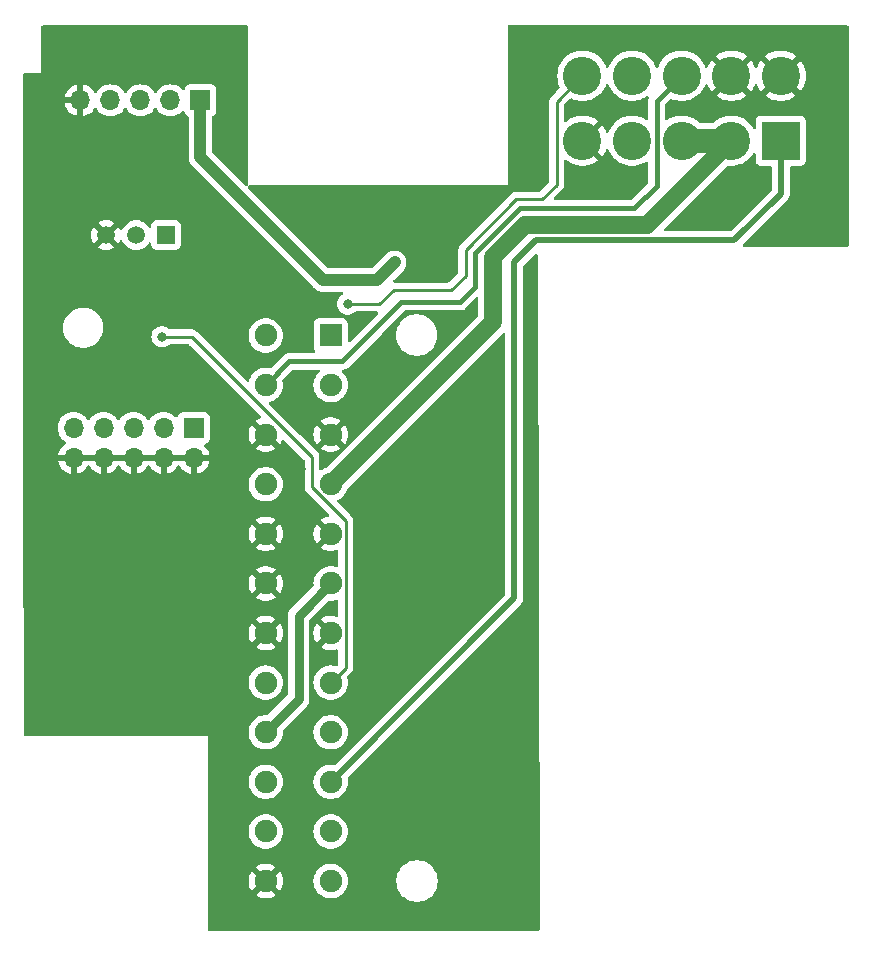
<source format=gbr>
%TF.GenerationSoftware,KiCad,Pcbnew,8.0.3*%
%TF.CreationDate,2024-11-03T21:09:01+01:00*%
%TF.ProjectId,IIsi_ATX,49497369-5f41-4545-982e-6b696361645f,rev?*%
%TF.SameCoordinates,Original*%
%TF.FileFunction,Copper,L2,Bot*%
%TF.FilePolarity,Positive*%
%FSLAX46Y46*%
G04 Gerber Fmt 4.6, Leading zero omitted, Abs format (unit mm)*
G04 Created by KiCad (PCBNEW 8.0.3) date 2024-11-03 21:09:01*
%MOMM*%
%LPD*%
G01*
G04 APERTURE LIST*
%TA.AperFunction,ComponentPad*%
%ADD10R,1.700000X1.700000*%
%TD*%
%TA.AperFunction,ComponentPad*%
%ADD11O,1.700000X1.700000*%
%TD*%
%TA.AperFunction,ComponentPad*%
%ADD12R,1.900000X1.900000*%
%TD*%
%TA.AperFunction,ComponentPad*%
%ADD13C,1.900000*%
%TD*%
%TA.AperFunction,ComponentPad*%
%ADD14R,1.500000X1.500000*%
%TD*%
%TA.AperFunction,ComponentPad*%
%ADD15C,1.500000*%
%TD*%
%TA.AperFunction,ComponentPad*%
%ADD16R,3.250000X3.250000*%
%TD*%
%TA.AperFunction,ComponentPad*%
%ADD17C,3.250000*%
%TD*%
%TA.AperFunction,ViaPad*%
%ADD18C,0.800000*%
%TD*%
%TA.AperFunction,Conductor*%
%ADD19C,0.250000*%
%TD*%
%TA.AperFunction,Conductor*%
%ADD20C,1.000000*%
%TD*%
%TA.AperFunction,Conductor*%
%ADD21C,1.500000*%
%TD*%
%TA.AperFunction,Conductor*%
%ADD22C,0.800000*%
%TD*%
%TA.AperFunction,Conductor*%
%ADD23C,2.000000*%
%TD*%
%TA.AperFunction,Conductor*%
%ADD24C,0.500000*%
%TD*%
%TA.AperFunction,Conductor*%
%ADD25C,0.400000*%
%TD*%
G04 APERTURE END LIST*
D10*
%TO.P,CN2,1,Pin_1*%
%TO.N,+3V3*%
X72175000Y-84875000D03*
D11*
%TO.P,CN2,2,Pin_2*%
%TO.N,GND*%
X72175000Y-87415000D03*
%TO.P,CN2,3,Pin_3*%
%TO.N,+3V3*%
X69635000Y-84875000D03*
%TO.P,CN2,4,Pin_4*%
%TO.N,GND*%
X69635000Y-87415000D03*
%TO.P,CN2,5,Pin_5*%
%TO.N,+5V*%
X67095000Y-84875000D03*
%TO.P,CN2,6,Pin_6*%
%TO.N,GND*%
X67095000Y-87415000D03*
%TO.P,CN2,7,Pin_7*%
%TO.N,+5V*%
X64555000Y-84875000D03*
%TO.P,CN2,8,Pin_8*%
%TO.N,GND*%
X64555000Y-87415000D03*
%TO.P,CN2,9,Pin_9*%
%TO.N,+12V*%
X62015000Y-84875000D03*
%TO.P,CN2,10,Pin_10*%
%TO.N,GND*%
X62015000Y-87415000D03*
%TD*%
D10*
%TO.P,J3,1,Pin_1*%
%TO.N,+5V*%
X72745600Y-57150000D03*
D11*
%TO.P,J3,2,Pin_2*%
%TO.N,unconnected-(J3-Pin_2-Pad2)*%
X70205600Y-57150000D03*
%TO.P,J3,3,Pin_3*%
%TO.N,unconnected-(J3-Pin_3-Pad3)*%
X67665600Y-57150000D03*
%TO.P,J3,4,Pin_4*%
%TO.N,unconnected-(J3-Pin_4-Pad4)*%
X65125600Y-57150000D03*
%TO.P,J3,5,Pin_5*%
%TO.N,GND*%
X62585600Y-57150000D03*
%TD*%
D12*
%TO.P,J1,1,1*%
%TO.N,unconnected-(J1-Pad1)*%
X83775000Y-77050000D03*
D13*
%TO.P,J1,2,2*%
%TO.N,unconnected-(J1-Pad2)*%
X83775000Y-81250000D03*
%TO.P,J1,3,3*%
%TO.N,GND*%
X83775000Y-85450000D03*
%TO.P,J1,4,4*%
%TO.N,+5V*%
X83775000Y-89650000D03*
%TO.P,J1,5,5*%
%TO.N,GND*%
X83775000Y-93850000D03*
%TO.P,J1,6,6*%
%TO.N,+5V*%
X83775000Y-98050000D03*
%TO.P,J1,7,7*%
%TO.N,GND*%
X83775000Y-102250000D03*
%TO.P,J1,8,8*%
%TO.N,PGOOD*%
X83775000Y-106450000D03*
%TO.P,J1,9,9*%
%TO.N,+5VD*%
X83775000Y-110650000D03*
%TO.P,J1,10,10*%
%TO.N,+12V*%
X83775000Y-114850000D03*
%TO.P,J1,11,11*%
X83775000Y-119050000D03*
%TO.P,J1,12,12*%
%TO.N,unconnected-(J1-Pad12)*%
X83775000Y-123250000D03*
%TO.P,J1,13,13*%
%TO.N,+3V3*%
X78275000Y-77050000D03*
%TO.P,J1,14,14*%
%TO.N,-12V*%
X78275000Y-81250000D03*
%TO.P,J1,15,15*%
%TO.N,GND*%
X78275000Y-85450000D03*
%TO.P,J1,16,16*%
%TO.N,~{MAC-ON}*%
X78275000Y-89650000D03*
%TO.P,J1,17,17*%
%TO.N,GND*%
X78275000Y-93850000D03*
%TO.P,J1,18,18*%
X78275000Y-98050000D03*
%TO.P,J1,19,19*%
X78275000Y-102250000D03*
%TO.P,J1,20,20*%
%TO.N,unconnected-(J1-Pad20)*%
X78275000Y-106450000D03*
%TO.P,J1,21,21*%
%TO.N,+5V*%
X78275000Y-110650000D03*
%TO.P,J1,22,22*%
X78275000Y-114850000D03*
%TO.P,J1,23,23*%
X78275000Y-119050000D03*
%TO.P,J1,24,24*%
%TO.N,GND*%
X78275000Y-123250000D03*
%TD*%
D14*
%TO.P,Q1,1,E*%
%TO.N,~{MAC-ON}*%
X69840000Y-68560000D03*
D15*
%TO.P,Q1,2,B*%
%TO.N,Net-(Q1-B)*%
X67300000Y-68560000D03*
%TO.P,Q1,3,C*%
%TO.N,GND*%
X64760000Y-68560000D03*
%TD*%
D16*
%TO.P,J2,1,1*%
%TO.N,+12V*%
X121891350Y-60575000D03*
D17*
%TO.P,J2,2,2*%
%TO.N,+5V*%
X117691350Y-60575000D03*
%TO.P,J2,3,3*%
X113491350Y-60575000D03*
%TO.P,J2,4,4*%
X109291350Y-60575000D03*
%TO.P,J2,5,5*%
%TO.N,GND*%
X105091350Y-60575000D03*
%TO.P,J2,6,6*%
X121891350Y-55075000D03*
%TO.P,J2,7,7*%
X117691350Y-55075000D03*
%TO.P,J2,8,8*%
%TO.N,-12V*%
X113491350Y-55075000D03*
%TO.P,J2,9,9*%
%TO.N,MAC-ON*%
X109291350Y-55075000D03*
%TO.P,J2,10,10*%
%TO.N,+5VD*%
X105091350Y-55075000D03*
%TD*%
D18*
%TO.N,PGOOD*%
X69500000Y-77165400D03*
%TO.N,GND*%
X81800000Y-68326000D03*
X116586000Y-67310000D03*
X93989000Y-68302200D03*
X125730000Y-59690000D03*
X125730000Y-63500000D03*
X81791000Y-65428800D03*
X93980000Y-65405000D03*
X125730000Y-52070000D03*
X100330000Y-55880000D03*
X100330000Y-52070000D03*
X125730000Y-55880000D03*
X81260000Y-88360000D03*
X100330000Y-59690000D03*
X125730000Y-67310000D03*
X100330000Y-63500000D03*
%TO.N,+5VD*%
X85200000Y-74400000D03*
%TO.N,+5V*%
X89179400Y-70866000D03*
X87680800Y-72364600D03*
%TD*%
D19*
%TO.N,PGOOD*%
X85050000Y-92728123D02*
X85050000Y-105175000D01*
X82190000Y-87350000D02*
X82190000Y-89868123D01*
X69500000Y-77165400D02*
X72005400Y-77165400D01*
X82190000Y-89868123D02*
X85050000Y-92728123D01*
X72005400Y-77165400D02*
X82190000Y-87350000D01*
X85050000Y-105175000D02*
X83775000Y-106450000D01*
%TO.N,+5VD*%
X95200000Y-72000000D02*
X95200000Y-69800000D01*
X102900000Y-57266350D02*
X105091350Y-55075000D01*
X99500000Y-65500000D02*
X101700000Y-65500000D01*
X101700000Y-65500000D02*
X102900000Y-64300000D01*
X89100000Y-73200000D02*
X94000000Y-73200000D01*
X95200000Y-69800000D02*
X99500000Y-65500000D01*
X87900000Y-74400000D02*
X89100000Y-73200000D01*
X94000000Y-73200000D02*
X95200000Y-72000000D01*
X85200000Y-74400000D02*
X87900000Y-74400000D01*
X102900000Y-64300000D02*
X102900000Y-57266350D01*
D20*
%TO.N,+5V*%
X83159600Y-72364600D02*
X72745600Y-61950600D01*
D21*
X110596350Y-67670000D02*
X100260000Y-67670000D01*
D22*
X78275000Y-110650000D02*
X81051400Y-107873600D01*
D20*
X87680800Y-72364600D02*
X83159600Y-72364600D01*
D21*
X117691350Y-60575000D02*
X110596350Y-67670000D01*
D22*
X81051400Y-107873600D02*
X81051400Y-100773600D01*
D20*
X72745600Y-61950600D02*
X72745600Y-57150000D01*
D23*
X113491350Y-60575000D02*
X117691350Y-60575000D01*
D21*
X97540000Y-75885000D02*
X83775000Y-89650000D01*
D20*
X89179400Y-70866000D02*
X87680800Y-72364600D01*
D22*
X81051400Y-100773600D02*
X83775000Y-98050000D01*
D21*
X97540000Y-70390000D02*
X97540000Y-75885000D01*
X100260000Y-67670000D02*
X97540000Y-70390000D01*
D24*
%TO.N,+12V*%
X117954000Y-68990000D02*
X101190000Y-68990000D01*
X121891350Y-65052650D02*
X117954000Y-68990000D01*
X101190000Y-68990000D02*
X99314000Y-70866000D01*
X99314000Y-70866000D02*
X99314000Y-99311000D01*
X121891350Y-60575000D02*
X121891350Y-65052650D01*
X99314000Y-99311000D02*
X83775000Y-114850000D01*
D25*
%TO.N,-12V*%
X94690000Y-74240000D02*
X96012000Y-72918000D01*
X78275000Y-81250000D02*
X80285000Y-79240000D01*
X80285000Y-79240000D02*
X84760000Y-79240000D01*
X109474000Y-66294000D02*
X111370000Y-64398000D01*
X89760000Y-74240000D02*
X94690000Y-74240000D01*
X96012000Y-70070827D02*
X99788827Y-66294000D01*
X111370000Y-64398000D02*
X111370000Y-57196350D01*
X84760000Y-79240000D02*
X89760000Y-74240000D01*
X99788827Y-66294000D02*
X109474000Y-66294000D01*
X96012000Y-72918000D02*
X96012000Y-70070827D01*
X111370000Y-57196350D02*
X113491350Y-55075000D01*
%TD*%
%TA.AperFunction,Conductor*%
%TO.N,GND*%
G36*
X64089075Y-87222007D02*
G01*
X64055000Y-87349174D01*
X64055000Y-87480826D01*
X64089075Y-87607993D01*
X64121988Y-87665000D01*
X62448012Y-87665000D01*
X62480925Y-87607993D01*
X62515000Y-87480826D01*
X62515000Y-87349174D01*
X62480925Y-87222007D01*
X62448012Y-87165000D01*
X64121988Y-87165000D01*
X64089075Y-87222007D01*
G37*
%TD.AperFunction*%
%TA.AperFunction,Conductor*%
G36*
X66629075Y-87222007D02*
G01*
X66595000Y-87349174D01*
X66595000Y-87480826D01*
X66629075Y-87607993D01*
X66661988Y-87665000D01*
X64988012Y-87665000D01*
X65020925Y-87607993D01*
X65055000Y-87480826D01*
X65055000Y-87349174D01*
X65020925Y-87222007D01*
X64988012Y-87165000D01*
X66661988Y-87165000D01*
X66629075Y-87222007D01*
G37*
%TD.AperFunction*%
%TA.AperFunction,Conductor*%
G36*
X69169075Y-87222007D02*
G01*
X69135000Y-87349174D01*
X69135000Y-87480826D01*
X69169075Y-87607993D01*
X69201988Y-87665000D01*
X67528012Y-87665000D01*
X67560925Y-87607993D01*
X67595000Y-87480826D01*
X67595000Y-87349174D01*
X67560925Y-87222007D01*
X67528012Y-87165000D01*
X69201988Y-87165000D01*
X69169075Y-87222007D01*
G37*
%TD.AperFunction*%
%TA.AperFunction,Conductor*%
G36*
X71709075Y-87222007D02*
G01*
X71675000Y-87349174D01*
X71675000Y-87480826D01*
X71709075Y-87607993D01*
X71741988Y-87665000D01*
X70068012Y-87665000D01*
X70100925Y-87607993D01*
X70135000Y-87480826D01*
X70135000Y-87349174D01*
X70100925Y-87222007D01*
X70068012Y-87165000D01*
X71741988Y-87165000D01*
X71709075Y-87222007D01*
G37*
%TD.AperFunction*%
%TA.AperFunction,Conductor*%
G36*
X76661843Y-50804518D02*
G01*
X76728881Y-50824203D01*
X76774635Y-50877008D01*
X76785840Y-50928518D01*
X76785840Y-64276558D01*
X76766155Y-64343597D01*
X76713351Y-64389352D01*
X76644193Y-64399296D01*
X76580637Y-64370271D01*
X76574159Y-64364239D01*
X73782419Y-61572499D01*
X73748934Y-61511176D01*
X73746100Y-61484818D01*
X73746100Y-58564141D01*
X73765785Y-58497102D01*
X73818589Y-58451347D01*
X73826749Y-58447966D01*
X73837931Y-58443796D01*
X73865133Y-58423433D01*
X73876047Y-58415261D01*
X73953146Y-58357546D01*
X74039396Y-58242331D01*
X74089691Y-58107483D01*
X74096100Y-58047873D01*
X74096099Y-56252128D01*
X74089691Y-56192517D01*
X74088410Y-56189083D01*
X74039397Y-56057671D01*
X74039393Y-56057664D01*
X73953147Y-55942455D01*
X73953144Y-55942452D01*
X73837935Y-55856206D01*
X73837928Y-55856202D01*
X73703082Y-55805908D01*
X73703083Y-55805908D01*
X73643483Y-55799501D01*
X73643481Y-55799500D01*
X73643473Y-55799500D01*
X73643464Y-55799500D01*
X71847729Y-55799500D01*
X71847723Y-55799501D01*
X71788116Y-55805908D01*
X71653271Y-55856202D01*
X71653264Y-55856206D01*
X71538055Y-55942452D01*
X71538052Y-55942455D01*
X71451806Y-56057664D01*
X71451803Y-56057669D01*
X71402789Y-56189083D01*
X71360917Y-56245016D01*
X71295453Y-56269433D01*
X71227180Y-56254581D01*
X71198926Y-56233430D01*
X71077002Y-56111506D01*
X71076995Y-56111501D01*
X70883434Y-55975967D01*
X70883430Y-55975965D01*
X70883428Y-55975964D01*
X70669263Y-55876097D01*
X70669259Y-55876096D01*
X70669255Y-55876094D01*
X70441013Y-55814938D01*
X70441003Y-55814936D01*
X70205601Y-55794341D01*
X70205599Y-55794341D01*
X69970196Y-55814936D01*
X69970186Y-55814938D01*
X69741944Y-55876094D01*
X69741935Y-55876098D01*
X69527771Y-55975964D01*
X69527769Y-55975965D01*
X69334197Y-56111505D01*
X69167105Y-56278597D01*
X69037175Y-56464158D01*
X68982598Y-56507783D01*
X68913100Y-56514977D01*
X68850745Y-56483454D01*
X68834025Y-56464158D01*
X68704094Y-56278597D01*
X68537002Y-56111506D01*
X68536995Y-56111501D01*
X68343434Y-55975967D01*
X68343430Y-55975965D01*
X68343428Y-55975964D01*
X68129263Y-55876097D01*
X68129259Y-55876096D01*
X68129255Y-55876094D01*
X67901013Y-55814938D01*
X67901003Y-55814936D01*
X67665601Y-55794341D01*
X67665599Y-55794341D01*
X67430196Y-55814936D01*
X67430186Y-55814938D01*
X67201944Y-55876094D01*
X67201935Y-55876098D01*
X66987771Y-55975964D01*
X66987769Y-55975965D01*
X66794197Y-56111505D01*
X66627105Y-56278597D01*
X66497175Y-56464158D01*
X66442598Y-56507783D01*
X66373100Y-56514977D01*
X66310745Y-56483454D01*
X66294025Y-56464158D01*
X66164094Y-56278597D01*
X65997002Y-56111506D01*
X65996995Y-56111501D01*
X65803434Y-55975967D01*
X65803430Y-55975965D01*
X65803428Y-55975964D01*
X65589263Y-55876097D01*
X65589259Y-55876096D01*
X65589255Y-55876094D01*
X65361013Y-55814938D01*
X65361003Y-55814936D01*
X65125601Y-55794341D01*
X65125599Y-55794341D01*
X64890196Y-55814936D01*
X64890186Y-55814938D01*
X64661944Y-55876094D01*
X64661935Y-55876098D01*
X64447771Y-55975964D01*
X64447769Y-55975965D01*
X64254197Y-56111505D01*
X64087108Y-56278594D01*
X63956869Y-56464595D01*
X63902292Y-56508219D01*
X63832793Y-56515412D01*
X63770439Y-56483890D01*
X63753719Y-56464594D01*
X63623713Y-56278926D01*
X63623708Y-56278920D01*
X63456682Y-56111894D01*
X63263178Y-55976399D01*
X63049092Y-55876570D01*
X63049086Y-55876567D01*
X62835600Y-55819364D01*
X62835600Y-56716988D01*
X62778593Y-56684075D01*
X62651426Y-56650000D01*
X62519774Y-56650000D01*
X62392607Y-56684075D01*
X62335600Y-56716988D01*
X62335600Y-55819364D01*
X62335599Y-55819364D01*
X62122113Y-55876567D01*
X62122107Y-55876570D01*
X61908022Y-55976399D01*
X61908020Y-55976400D01*
X61714526Y-56111886D01*
X61714520Y-56111891D01*
X61547491Y-56278920D01*
X61547486Y-56278926D01*
X61412000Y-56472420D01*
X61411999Y-56472422D01*
X61312170Y-56686507D01*
X61312167Y-56686513D01*
X61254964Y-56899999D01*
X61254964Y-56900000D01*
X62152588Y-56900000D01*
X62119675Y-56957007D01*
X62085600Y-57084174D01*
X62085600Y-57215826D01*
X62119675Y-57342993D01*
X62152588Y-57400000D01*
X61254964Y-57400000D01*
X61312167Y-57613486D01*
X61312170Y-57613492D01*
X61411999Y-57827578D01*
X61547494Y-58021082D01*
X61714517Y-58188105D01*
X61908021Y-58323600D01*
X62122107Y-58423429D01*
X62122116Y-58423433D01*
X62335600Y-58480634D01*
X62335600Y-57583012D01*
X62392607Y-57615925D01*
X62519774Y-57650000D01*
X62651426Y-57650000D01*
X62778593Y-57615925D01*
X62835600Y-57583012D01*
X62835600Y-58480633D01*
X63049083Y-58423433D01*
X63049092Y-58423429D01*
X63263178Y-58323600D01*
X63456682Y-58188105D01*
X63623705Y-58021082D01*
X63753719Y-57835405D01*
X63808296Y-57791781D01*
X63877795Y-57784588D01*
X63940149Y-57816110D01*
X63956869Y-57835405D01*
X64087105Y-58021401D01*
X64254199Y-58188495D01*
X64350984Y-58256265D01*
X64447765Y-58324032D01*
X64447767Y-58324033D01*
X64447770Y-58324035D01*
X64661937Y-58423903D01*
X64890192Y-58485063D01*
X65078518Y-58501539D01*
X65125599Y-58505659D01*
X65125600Y-58505659D01*
X65125601Y-58505659D01*
X65164834Y-58502226D01*
X65361008Y-58485063D01*
X65589263Y-58423903D01*
X65803430Y-58324035D01*
X65997001Y-58188495D01*
X66164095Y-58021401D01*
X66294025Y-57835842D01*
X66348602Y-57792217D01*
X66418100Y-57785023D01*
X66480455Y-57816546D01*
X66497175Y-57835842D01*
X66626881Y-58021082D01*
X66627105Y-58021401D01*
X66794199Y-58188495D01*
X66890984Y-58256265D01*
X66987765Y-58324032D01*
X66987767Y-58324033D01*
X66987770Y-58324035D01*
X67201937Y-58423903D01*
X67430192Y-58485063D01*
X67618518Y-58501539D01*
X67665599Y-58505659D01*
X67665600Y-58505659D01*
X67665601Y-58505659D01*
X67704834Y-58502226D01*
X67901008Y-58485063D01*
X68129263Y-58423903D01*
X68343430Y-58324035D01*
X68537001Y-58188495D01*
X68704095Y-58021401D01*
X68834025Y-57835842D01*
X68888602Y-57792217D01*
X68958100Y-57785023D01*
X69020455Y-57816546D01*
X69037175Y-57835842D01*
X69166881Y-58021082D01*
X69167105Y-58021401D01*
X69334199Y-58188495D01*
X69430984Y-58256265D01*
X69527765Y-58324032D01*
X69527767Y-58324033D01*
X69527770Y-58324035D01*
X69741937Y-58423903D01*
X69970192Y-58485063D01*
X70158518Y-58501539D01*
X70205599Y-58505659D01*
X70205600Y-58505659D01*
X70205601Y-58505659D01*
X70244834Y-58502226D01*
X70441008Y-58485063D01*
X70669263Y-58423903D01*
X70883430Y-58324035D01*
X71077001Y-58188495D01*
X71198929Y-58066566D01*
X71260248Y-58033084D01*
X71329940Y-58038068D01*
X71385874Y-58079939D01*
X71402789Y-58110917D01*
X71451802Y-58242328D01*
X71451806Y-58242335D01*
X71538052Y-58357544D01*
X71538055Y-58357547D01*
X71653265Y-58443794D01*
X71653267Y-58443794D01*
X71653269Y-58443796D01*
X71664430Y-58447958D01*
X71720364Y-58489826D01*
X71744784Y-58555289D01*
X71745100Y-58564141D01*
X71745100Y-62049141D01*
X71745100Y-62049143D01*
X71745099Y-62049143D01*
X71783547Y-62242429D01*
X71783550Y-62242439D01*
X71858964Y-62424507D01*
X71858971Y-62424520D01*
X71968460Y-62588381D01*
X71968463Y-62588385D01*
X72112137Y-62732059D01*
X72112159Y-62732079D01*
X82379335Y-72999255D01*
X82379364Y-72999286D01*
X82521814Y-73141736D01*
X82521818Y-73141739D01*
X82685679Y-73251228D01*
X82685692Y-73251235D01*
X82814433Y-73304561D01*
X82857344Y-73322335D01*
X82867764Y-73326651D01*
X82964412Y-73345875D01*
X83012735Y-73355487D01*
X83061058Y-73365100D01*
X84727088Y-73365100D01*
X84794127Y-73384785D01*
X84839882Y-73437589D01*
X84849826Y-73506747D01*
X84820801Y-73570303D01*
X84777524Y-73602379D01*
X84747270Y-73615849D01*
X84747265Y-73615851D01*
X84594129Y-73727111D01*
X84467466Y-73867785D01*
X84372821Y-74031715D01*
X84372818Y-74031722D01*
X84314327Y-74211740D01*
X84314326Y-74211744D01*
X84294540Y-74400000D01*
X84314326Y-74588256D01*
X84314327Y-74588259D01*
X84372818Y-74768277D01*
X84372821Y-74768284D01*
X84467467Y-74932216D01*
X84571521Y-75047779D01*
X84594129Y-75072888D01*
X84747265Y-75184148D01*
X84747270Y-75184151D01*
X84920192Y-75261142D01*
X84920197Y-75261144D01*
X85105354Y-75300500D01*
X85105355Y-75300500D01*
X85294644Y-75300500D01*
X85294646Y-75300500D01*
X85479803Y-75261144D01*
X85652730Y-75184151D01*
X85805871Y-75072888D01*
X85808788Y-75069647D01*
X85811600Y-75066526D01*
X85871087Y-75029879D01*
X85903748Y-75025500D01*
X87684480Y-75025500D01*
X87751519Y-75045185D01*
X87797274Y-75097989D01*
X87807218Y-75167147D01*
X87778193Y-75230703D01*
X87772161Y-75237181D01*
X85437180Y-77572162D01*
X85375857Y-77605647D01*
X85306165Y-77600663D01*
X85250232Y-77558791D01*
X85225815Y-77493327D01*
X85225499Y-77484481D01*
X85225499Y-76052129D01*
X85225498Y-76052123D01*
X85225497Y-76052116D01*
X85219091Y-75992517D01*
X85180473Y-75888978D01*
X85168797Y-75857671D01*
X85168793Y-75857664D01*
X85082547Y-75742455D01*
X85082544Y-75742452D01*
X84967335Y-75656206D01*
X84967328Y-75656202D01*
X84832482Y-75605908D01*
X84832483Y-75605908D01*
X84772883Y-75599501D01*
X84772881Y-75599500D01*
X84772873Y-75599500D01*
X84772864Y-75599500D01*
X82777129Y-75599500D01*
X82777123Y-75599501D01*
X82717516Y-75605908D01*
X82582671Y-75656202D01*
X82582664Y-75656206D01*
X82467455Y-75742452D01*
X82467452Y-75742455D01*
X82381206Y-75857664D01*
X82381202Y-75857671D01*
X82330908Y-75992517D01*
X82324730Y-76049988D01*
X82324501Y-76052123D01*
X82324500Y-76052135D01*
X82324500Y-78047870D01*
X82324501Y-78047876D01*
X82330908Y-78107483D01*
X82381202Y-78242328D01*
X82381204Y-78242331D01*
X82455209Y-78341189D01*
X82479627Y-78406653D01*
X82464776Y-78474926D01*
X82415371Y-78524332D01*
X82355943Y-78539500D01*
X80216003Y-78539500D01*
X80107590Y-78561065D01*
X80107589Y-78561065D01*
X80080671Y-78566420D01*
X79953190Y-78619224D01*
X79838454Y-78695887D01*
X78731403Y-79802938D01*
X78670080Y-79836423D01*
X78623313Y-79837566D01*
X78395192Y-79799500D01*
X78154808Y-79799500D01*
X78107387Y-79807413D01*
X77917699Y-79839066D01*
X77690347Y-79917116D01*
X77690342Y-79917118D01*
X77478930Y-80031529D01*
X77478924Y-80031533D01*
X77289242Y-80179169D01*
X77289239Y-80179172D01*
X77126430Y-80356029D01*
X77126427Y-80356033D01*
X76994951Y-80557270D01*
X76898389Y-80777409D01*
X76871866Y-80882149D01*
X76836326Y-80942304D01*
X76773905Y-80973696D01*
X76704422Y-80966358D01*
X76663979Y-80939389D01*
X72774584Y-77049994D01*
X76819529Y-77049994D01*
X76819529Y-77050005D01*
X76839379Y-77289559D01*
X76898389Y-77522589D01*
X76994951Y-77742729D01*
X77057384Y-77838289D01*
X77126429Y-77943969D01*
X77289236Y-78120825D01*
X77289239Y-78120827D01*
X77289242Y-78120830D01*
X77478924Y-78268466D01*
X77478930Y-78268470D01*
X77478933Y-78268472D01*
X77690344Y-78382882D01*
X77690347Y-78382883D01*
X77917699Y-78460933D01*
X77917701Y-78460933D01*
X77917703Y-78460934D01*
X78154808Y-78500500D01*
X78154809Y-78500500D01*
X78395191Y-78500500D01*
X78395192Y-78500500D01*
X78632297Y-78460934D01*
X78859656Y-78382882D01*
X79071067Y-78268472D01*
X79260764Y-78120825D01*
X79423571Y-77943969D01*
X79555049Y-77742728D01*
X79651610Y-77522591D01*
X79710620Y-77289563D01*
X79723068Y-77139341D01*
X79730471Y-77050005D01*
X79730471Y-77049994D01*
X79710620Y-76810440D01*
X79710620Y-76810437D01*
X79651610Y-76577409D01*
X79555049Y-76357272D01*
X79520412Y-76304257D01*
X79423572Y-76156033D01*
X79423571Y-76156031D01*
X79260764Y-75979175D01*
X79260759Y-75979171D01*
X79260757Y-75979169D01*
X79071075Y-75831533D01*
X79071069Y-75831529D01*
X78859657Y-75717118D01*
X78859652Y-75717116D01*
X78632300Y-75639066D01*
X78433593Y-75605908D01*
X78395192Y-75599500D01*
X78154808Y-75599500D01*
X78116407Y-75605908D01*
X77917699Y-75639066D01*
X77690347Y-75717116D01*
X77690342Y-75717118D01*
X77478930Y-75831529D01*
X77478924Y-75831533D01*
X77289242Y-75979169D01*
X77289239Y-75979172D01*
X77126430Y-76156029D01*
X77126427Y-76156033D01*
X76994951Y-76357270D01*
X76898390Y-76577409D01*
X76839379Y-76810440D01*
X76819529Y-77049994D01*
X72774584Y-77049994D01*
X72498328Y-76773738D01*
X72498325Y-76773734D01*
X72498325Y-76773735D01*
X72491258Y-76766668D01*
X72491258Y-76766667D01*
X72404133Y-76679542D01*
X72404132Y-76679541D01*
X72404131Y-76679540D01*
X72352909Y-76645315D01*
X72301686Y-76611088D01*
X72301683Y-76611086D01*
X72301680Y-76611085D01*
X72220376Y-76577409D01*
X72187853Y-76563937D01*
X72177827Y-76561943D01*
X72127429Y-76551918D01*
X72067010Y-76539900D01*
X72067007Y-76539900D01*
X72067006Y-76539900D01*
X70203748Y-76539900D01*
X70136709Y-76520215D01*
X70111600Y-76498874D01*
X70105873Y-76492514D01*
X70105869Y-76492510D01*
X69952734Y-76381251D01*
X69952729Y-76381248D01*
X69779807Y-76304257D01*
X69779802Y-76304255D01*
X69634001Y-76273265D01*
X69594646Y-76264900D01*
X69405354Y-76264900D01*
X69372897Y-76271798D01*
X69220197Y-76304255D01*
X69220192Y-76304257D01*
X69047270Y-76381248D01*
X69047265Y-76381251D01*
X68894129Y-76492511D01*
X68767466Y-76633185D01*
X68672821Y-76797115D01*
X68672818Y-76797122D01*
X68632734Y-76920489D01*
X68614326Y-76977144D01*
X68594540Y-77165400D01*
X68614326Y-77353656D01*
X68614327Y-77353659D01*
X68672818Y-77533677D01*
X68672821Y-77533684D01*
X68767467Y-77697616D01*
X68869185Y-77810585D01*
X68894129Y-77838288D01*
X69047265Y-77949548D01*
X69047270Y-77949551D01*
X69220192Y-78026542D01*
X69220197Y-78026544D01*
X69405354Y-78065900D01*
X69405355Y-78065900D01*
X69594644Y-78065900D01*
X69594646Y-78065900D01*
X69779803Y-78026544D01*
X69952730Y-77949551D01*
X70105871Y-77838288D01*
X70108788Y-77835047D01*
X70111600Y-77831926D01*
X70171087Y-77795279D01*
X70203748Y-77790900D01*
X71694948Y-77790900D01*
X71761987Y-77810585D01*
X71782629Y-77827219D01*
X77834786Y-83879376D01*
X77868271Y-83940699D01*
X77863287Y-84010391D01*
X77821415Y-84066324D01*
X77787369Y-84084338D01*
X77690546Y-84117578D01*
X77690544Y-84117578D01*
X77479209Y-84231948D01*
X77440571Y-84262019D01*
X77989242Y-84810690D01*
X77943426Y-84829668D01*
X77828776Y-84906274D01*
X77731274Y-85003776D01*
X77654668Y-85118426D01*
X77635690Y-85164243D01*
X77087688Y-84616241D01*
X76995392Y-84757511D01*
X76898865Y-84977571D01*
X76839874Y-85210523D01*
X76820031Y-85449994D01*
X76820031Y-85450005D01*
X76839874Y-85689476D01*
X76898865Y-85922428D01*
X76995392Y-86142488D01*
X77087687Y-86283757D01*
X77635689Y-85735756D01*
X77654668Y-85781574D01*
X77731274Y-85896224D01*
X77828776Y-85993726D01*
X77943426Y-86070332D01*
X77989242Y-86089309D01*
X77440572Y-86637979D01*
X77479208Y-86668051D01*
X77690544Y-86782421D01*
X77690550Y-86782423D01*
X77917823Y-86860446D01*
X78154851Y-86900000D01*
X78395149Y-86900000D01*
X78632176Y-86860446D01*
X78859449Y-86782423D01*
X78859455Y-86782421D01*
X79070794Y-86668049D01*
X79070795Y-86668048D01*
X79109426Y-86637980D01*
X79109427Y-86637979D01*
X78560757Y-86089309D01*
X78606574Y-86070332D01*
X78721224Y-85993726D01*
X78818726Y-85896224D01*
X78895332Y-85781574D01*
X78914309Y-85735757D01*
X79462310Y-86283758D01*
X79554608Y-86142485D01*
X79647352Y-85931050D01*
X79692308Y-85877564D01*
X79759044Y-85856874D01*
X79826371Y-85875548D01*
X79848589Y-85893179D01*
X81528181Y-87572771D01*
X81561666Y-87634094D01*
X81564500Y-87660452D01*
X81564500Y-89929734D01*
X81588535Y-90050567D01*
X81588540Y-90050584D01*
X81635685Y-90164403D01*
X81635690Y-90164412D01*
X81669914Y-90215630D01*
X81669915Y-90215632D01*
X81704141Y-90266856D01*
X81795586Y-90358301D01*
X81795608Y-90358321D01*
X83640857Y-92203570D01*
X83674342Y-92264893D01*
X83669358Y-92334585D01*
X83627486Y-92390518D01*
X83573587Y-92413560D01*
X83417822Y-92439553D01*
X83190550Y-92517576D01*
X83190544Y-92517578D01*
X82979209Y-92631948D01*
X82940571Y-92662019D01*
X83489242Y-93210690D01*
X83443426Y-93229668D01*
X83328776Y-93306274D01*
X83231274Y-93403776D01*
X83154668Y-93518426D01*
X83135690Y-93564243D01*
X82587688Y-93016241D01*
X82495392Y-93157511D01*
X82398865Y-93377571D01*
X82339874Y-93610523D01*
X82320031Y-93849994D01*
X82320031Y-93850005D01*
X82339874Y-94089476D01*
X82398865Y-94322428D01*
X82495392Y-94542488D01*
X82587687Y-94683757D01*
X83135689Y-94135756D01*
X83154668Y-94181574D01*
X83231274Y-94296224D01*
X83328776Y-94393726D01*
X83443426Y-94470332D01*
X83489241Y-94489309D01*
X82940572Y-95037979D01*
X82979208Y-95068051D01*
X83190544Y-95182421D01*
X83190550Y-95182423D01*
X83417823Y-95260446D01*
X83654851Y-95300000D01*
X83895149Y-95300000D01*
X84132176Y-95260446D01*
X84260237Y-95216483D01*
X84330035Y-95213333D01*
X84390457Y-95248419D01*
X84422317Y-95310601D01*
X84424500Y-95333764D01*
X84424500Y-96565706D01*
X84404815Y-96632745D01*
X84352011Y-96678500D01*
X84282853Y-96688444D01*
X84260237Y-96682987D01*
X84132300Y-96639066D01*
X83954468Y-96609391D01*
X83895192Y-96599500D01*
X83654808Y-96599500D01*
X83607387Y-96607413D01*
X83417699Y-96639066D01*
X83190347Y-96717116D01*
X83190342Y-96717118D01*
X82978930Y-96831529D01*
X82978924Y-96831533D01*
X82789242Y-96979169D01*
X82789239Y-96979172D01*
X82626430Y-97156029D01*
X82626427Y-97156033D01*
X82494951Y-97357270D01*
X82398389Y-97577410D01*
X82339379Y-97810440D01*
X82319529Y-98049994D01*
X82319529Y-98050000D01*
X82325242Y-98118944D01*
X82328707Y-98160767D01*
X82314625Y-98229203D01*
X82292811Y-98258687D01*
X80351937Y-100199561D01*
X80312464Y-100258639D01*
X80312463Y-100258640D01*
X80253385Y-100347055D01*
X80219446Y-100428993D01*
X80185506Y-100510929D01*
X80185503Y-100510941D01*
X80150900Y-100684903D01*
X80150900Y-107449238D01*
X80131215Y-107516277D01*
X80114581Y-107536919D01*
X78488294Y-109163205D01*
X78426971Y-109196690D01*
X78400321Y-109198453D01*
X78400321Y-109199500D01*
X78395192Y-109199500D01*
X78154808Y-109199500D01*
X78107387Y-109207413D01*
X77917699Y-109239066D01*
X77690347Y-109317116D01*
X77690342Y-109317118D01*
X77478930Y-109431529D01*
X77478924Y-109431533D01*
X77289242Y-109579169D01*
X77289239Y-109579172D01*
X77126430Y-109756029D01*
X77126427Y-109756033D01*
X76994951Y-109957270D01*
X76898389Y-110177410D01*
X76839379Y-110410440D01*
X76819529Y-110649994D01*
X76819529Y-110650005D01*
X76839379Y-110889559D01*
X76898389Y-111122589D01*
X76994951Y-111342729D01*
X77126427Y-111543966D01*
X77126429Y-111543969D01*
X77289236Y-111720825D01*
X77289239Y-111720827D01*
X77289242Y-111720830D01*
X77478924Y-111868466D01*
X77478930Y-111868470D01*
X77478933Y-111868472D01*
X77690344Y-111982882D01*
X77690347Y-111982883D01*
X77917699Y-112060933D01*
X77917701Y-112060933D01*
X77917703Y-112060934D01*
X78154808Y-112100500D01*
X78154809Y-112100500D01*
X78395191Y-112100500D01*
X78395192Y-112100500D01*
X78632297Y-112060934D01*
X78859656Y-111982882D01*
X79071067Y-111868472D01*
X79260764Y-111720825D01*
X79423571Y-111543969D01*
X79555049Y-111342728D01*
X79651610Y-111122591D01*
X79710620Y-110889563D01*
X79730471Y-110650000D01*
X79730471Y-110649994D01*
X82319529Y-110649994D01*
X82319529Y-110650005D01*
X82339379Y-110889559D01*
X82398389Y-111122589D01*
X82494951Y-111342729D01*
X82626427Y-111543966D01*
X82626429Y-111543969D01*
X82789236Y-111720825D01*
X82789239Y-111720827D01*
X82789242Y-111720830D01*
X82978924Y-111868466D01*
X82978930Y-111868470D01*
X82978933Y-111868472D01*
X83190344Y-111982882D01*
X83190347Y-111982883D01*
X83417699Y-112060933D01*
X83417701Y-112060933D01*
X83417703Y-112060934D01*
X83654808Y-112100500D01*
X83654809Y-112100500D01*
X83895191Y-112100500D01*
X83895192Y-112100500D01*
X84132297Y-112060934D01*
X84359656Y-111982882D01*
X84571067Y-111868472D01*
X84760764Y-111720825D01*
X84923571Y-111543969D01*
X85055049Y-111342728D01*
X85151610Y-111122591D01*
X85210620Y-110889563D01*
X85230471Y-110650000D01*
X85221292Y-110539233D01*
X85210620Y-110410440D01*
X85210620Y-110410437D01*
X85151610Y-110177409D01*
X85055049Y-109957272D01*
X84923571Y-109756031D01*
X84760764Y-109579175D01*
X84760759Y-109579171D01*
X84760757Y-109579169D01*
X84571075Y-109431533D01*
X84571069Y-109431529D01*
X84359657Y-109317118D01*
X84359652Y-109317116D01*
X84132300Y-109239066D01*
X83943876Y-109207624D01*
X83895192Y-109199500D01*
X83654808Y-109199500D01*
X83607387Y-109207413D01*
X83417699Y-109239066D01*
X83190347Y-109317116D01*
X83190342Y-109317118D01*
X82978930Y-109431529D01*
X82978924Y-109431533D01*
X82789242Y-109579169D01*
X82789239Y-109579172D01*
X82626430Y-109756029D01*
X82626427Y-109756033D01*
X82494951Y-109957270D01*
X82398389Y-110177410D01*
X82339379Y-110410440D01*
X82319529Y-110649994D01*
X79730471Y-110649994D01*
X79721292Y-110539231D01*
X79735372Y-110470797D01*
X79757184Y-110441314D01*
X81750864Y-108447635D01*
X81849413Y-108300147D01*
X81869295Y-108252147D01*
X81917295Y-108136266D01*
X81951900Y-107962291D01*
X81951900Y-107784908D01*
X81951900Y-101197961D01*
X81971585Y-101130922D01*
X81988214Y-101110285D01*
X83561706Y-99536792D01*
X83623027Y-99503309D01*
X83649679Y-99501582D01*
X83649679Y-99500500D01*
X83895191Y-99500500D01*
X83895192Y-99500500D01*
X84132297Y-99460934D01*
X84260238Y-99417011D01*
X84330035Y-99413862D01*
X84390457Y-99448948D01*
X84422317Y-99511130D01*
X84424500Y-99534293D01*
X84424500Y-100766235D01*
X84404815Y-100833274D01*
X84352011Y-100879029D01*
X84282853Y-100888973D01*
X84260238Y-100883516D01*
X84132178Y-100839553D01*
X83895149Y-100800000D01*
X83654851Y-100800000D01*
X83417823Y-100839553D01*
X83190550Y-100917576D01*
X83190544Y-100917578D01*
X82979209Y-101031948D01*
X82940571Y-101062019D01*
X83489242Y-101610690D01*
X83443426Y-101629668D01*
X83328776Y-101706274D01*
X83231274Y-101803776D01*
X83154668Y-101918426D01*
X83135690Y-101964243D01*
X82587688Y-101416241D01*
X82495392Y-101557511D01*
X82398865Y-101777571D01*
X82339874Y-102010523D01*
X82320031Y-102249994D01*
X82320031Y-102250005D01*
X82339874Y-102489476D01*
X82398865Y-102722428D01*
X82495392Y-102942488D01*
X82587687Y-103083757D01*
X83135689Y-102535756D01*
X83154668Y-102581574D01*
X83231274Y-102696224D01*
X83328776Y-102793726D01*
X83443426Y-102870332D01*
X83489241Y-102889309D01*
X82940572Y-103437979D01*
X82979208Y-103468051D01*
X83190544Y-103582421D01*
X83190550Y-103582423D01*
X83417823Y-103660446D01*
X83654851Y-103700000D01*
X83895149Y-103700000D01*
X84132176Y-103660446D01*
X84260237Y-103616483D01*
X84330035Y-103613333D01*
X84390457Y-103648419D01*
X84422317Y-103710601D01*
X84424500Y-103733764D01*
X84424500Y-104864546D01*
X84404815Y-104931585D01*
X84388181Y-104952228D01*
X84312873Y-105027535D01*
X84251549Y-105061019D01*
X84184929Y-105057134D01*
X84132300Y-105039066D01*
X83954468Y-105009391D01*
X83895192Y-104999500D01*
X83654808Y-104999500D01*
X83607387Y-105007413D01*
X83417699Y-105039066D01*
X83190347Y-105117116D01*
X83190342Y-105117118D01*
X82978930Y-105231529D01*
X82978924Y-105231533D01*
X82789242Y-105379169D01*
X82789239Y-105379172D01*
X82626430Y-105556029D01*
X82626427Y-105556033D01*
X82494951Y-105757270D01*
X82398389Y-105977410D01*
X82339379Y-106210440D01*
X82319529Y-106449994D01*
X82319529Y-106450005D01*
X82339379Y-106689559D01*
X82398389Y-106922589D01*
X82494951Y-107142729D01*
X82626427Y-107343966D01*
X82626429Y-107343969D01*
X82789236Y-107520825D01*
X82789239Y-107520827D01*
X82789242Y-107520830D01*
X82978924Y-107668466D01*
X82978930Y-107668470D01*
X82978933Y-107668472D01*
X83190344Y-107782882D01*
X83190347Y-107782883D01*
X83417699Y-107860933D01*
X83417701Y-107860933D01*
X83417703Y-107860934D01*
X83654808Y-107900500D01*
X83654809Y-107900500D01*
X83895191Y-107900500D01*
X83895192Y-107900500D01*
X84132297Y-107860934D01*
X84359656Y-107782882D01*
X84571067Y-107668472D01*
X84760764Y-107520825D01*
X84923571Y-107343969D01*
X85055049Y-107142728D01*
X85151610Y-106922591D01*
X85210620Y-106689563D01*
X85230471Y-106450000D01*
X85210620Y-106210437D01*
X85164979Y-106030202D01*
X85167604Y-105960385D01*
X85197502Y-105912086D01*
X85448729Y-105660860D01*
X85448733Y-105660858D01*
X85535858Y-105573733D01*
X85604311Y-105471286D01*
X85651463Y-105357452D01*
X85675500Y-105236606D01*
X85675500Y-92666517D01*
X85651463Y-92545671D01*
X85651461Y-92545666D01*
X85631962Y-92498591D01*
X85631947Y-92498558D01*
X85631932Y-92498520D01*
X85604312Y-92431838D01*
X85587256Y-92406313D01*
X85535858Y-92329390D01*
X85535856Y-92329387D01*
X85445637Y-92239168D01*
X85445606Y-92239139D01*
X84366739Y-91160272D01*
X84333254Y-91098949D01*
X84338238Y-91029257D01*
X84380110Y-90973324D01*
X84395396Y-90963540D01*
X84571067Y-90868472D01*
X84760764Y-90720825D01*
X84923571Y-90543969D01*
X85055049Y-90342728D01*
X85151610Y-90122591D01*
X85170602Y-90047586D01*
X85203125Y-89990347D01*
X98351821Y-76841652D01*
X98413142Y-76808169D01*
X98482834Y-76813153D01*
X98538767Y-76855025D01*
X98563184Y-76920489D01*
X98563500Y-76929335D01*
X98563500Y-98948769D01*
X98543815Y-99015808D01*
X98527181Y-99036450D01*
X84170804Y-113392826D01*
X84109481Y-113426311D01*
X84062714Y-113427454D01*
X83895192Y-113399500D01*
X83654808Y-113399500D01*
X83607387Y-113407413D01*
X83417699Y-113439066D01*
X83190347Y-113517116D01*
X83190342Y-113517118D01*
X82978930Y-113631529D01*
X82978924Y-113631533D01*
X82789242Y-113779169D01*
X82789239Y-113779172D01*
X82626430Y-113956029D01*
X82626427Y-113956033D01*
X82494951Y-114157270D01*
X82398389Y-114377410D01*
X82339379Y-114610440D01*
X82319529Y-114849994D01*
X82319529Y-114850005D01*
X82339379Y-115089559D01*
X82398389Y-115322589D01*
X82494951Y-115542729D01*
X82626427Y-115743966D01*
X82626429Y-115743969D01*
X82789236Y-115920825D01*
X82789239Y-115920827D01*
X82789242Y-115920830D01*
X82978924Y-116068466D01*
X82978930Y-116068470D01*
X82978933Y-116068472D01*
X83190344Y-116182882D01*
X83190347Y-116182883D01*
X83417699Y-116260933D01*
X83417701Y-116260933D01*
X83417703Y-116260934D01*
X83654808Y-116300500D01*
X83654809Y-116300500D01*
X83895191Y-116300500D01*
X83895192Y-116300500D01*
X84132297Y-116260934D01*
X84359656Y-116182882D01*
X84571067Y-116068472D01*
X84760764Y-115920825D01*
X84923571Y-115743969D01*
X85055049Y-115542728D01*
X85151610Y-115322591D01*
X85210620Y-115089563D01*
X85230471Y-114850000D01*
X85210620Y-114610437D01*
X85200700Y-114571263D01*
X85203324Y-114501445D01*
X85233222Y-114453144D01*
X99896952Y-99789415D01*
X99924205Y-99748627D01*
X99979084Y-99666495D01*
X100002518Y-99609920D01*
X100035659Y-99529912D01*
X100064500Y-99384917D01*
X100064500Y-99237082D01*
X100064500Y-71228229D01*
X100084185Y-71161190D01*
X100100819Y-71140548D01*
X100473912Y-70767455D01*
X101087223Y-70154143D01*
X101148544Y-70120660D01*
X101218235Y-70125644D01*
X101274169Y-70167516D01*
X101298586Y-70232980D01*
X101298901Y-70241452D01*
X101470944Y-127344956D01*
X101451462Y-127412055D01*
X101398796Y-127457969D01*
X101346945Y-127469330D01*
X73479188Y-127469330D01*
X73412149Y-127449645D01*
X73366394Y-127396841D01*
X73355188Y-127345272D01*
X73357091Y-123249994D01*
X76820031Y-123249994D01*
X76820031Y-123250005D01*
X76839874Y-123489476D01*
X76898865Y-123722428D01*
X76995392Y-123942488D01*
X77087687Y-124083757D01*
X77635689Y-123535756D01*
X77654668Y-123581574D01*
X77731274Y-123696224D01*
X77828776Y-123793726D01*
X77943426Y-123870332D01*
X77989242Y-123889309D01*
X77440572Y-124437979D01*
X77479208Y-124468051D01*
X77690544Y-124582421D01*
X77690550Y-124582423D01*
X77917823Y-124660446D01*
X78154851Y-124700000D01*
X78395149Y-124700000D01*
X78632176Y-124660446D01*
X78859449Y-124582423D01*
X78859455Y-124582421D01*
X79070794Y-124468049D01*
X79070795Y-124468048D01*
X79109426Y-124437980D01*
X79109427Y-124437979D01*
X78560757Y-123889309D01*
X78606574Y-123870332D01*
X78721224Y-123793726D01*
X78818726Y-123696224D01*
X78895332Y-123581574D01*
X78914309Y-123535757D01*
X79462310Y-124083758D01*
X79554608Y-123942485D01*
X79651134Y-123722428D01*
X79710125Y-123489476D01*
X79729969Y-123250005D01*
X79729969Y-123249994D01*
X82319529Y-123249994D01*
X82319529Y-123250005D01*
X82339379Y-123489559D01*
X82398389Y-123722589D01*
X82494951Y-123942729D01*
X82550973Y-124028476D01*
X82626429Y-124143969D01*
X82789236Y-124320825D01*
X82789239Y-124320827D01*
X82789242Y-124320830D01*
X82978924Y-124468466D01*
X82978930Y-124468470D01*
X82978933Y-124468472D01*
X83190344Y-124582882D01*
X83190347Y-124582883D01*
X83417699Y-124660933D01*
X83417701Y-124660933D01*
X83417703Y-124660934D01*
X83654808Y-124700500D01*
X83654809Y-124700500D01*
X83895191Y-124700500D01*
X83895192Y-124700500D01*
X84132297Y-124660934D01*
X84359656Y-124582882D01*
X84571067Y-124468472D01*
X84571611Y-124468049D01*
X84647141Y-124409261D01*
X84760764Y-124320825D01*
X84923571Y-124143969D01*
X85055049Y-123942728D01*
X85151610Y-123722591D01*
X85210620Y-123489563D01*
X85230471Y-123250000D01*
X85221179Y-123137858D01*
X89339700Y-123137858D01*
X89339700Y-123367341D01*
X89355792Y-123489563D01*
X89369652Y-123594838D01*
X89403883Y-123722591D01*
X89429042Y-123816487D01*
X89516850Y-124028476D01*
X89516857Y-124028490D01*
X89631592Y-124227217D01*
X89771281Y-124409261D01*
X89771289Y-124409270D01*
X89933530Y-124571511D01*
X89933538Y-124571518D01*
X89933539Y-124571519D01*
X89948349Y-124582883D01*
X90115582Y-124711207D01*
X90115585Y-124711208D01*
X90115588Y-124711211D01*
X90314312Y-124825944D01*
X90314317Y-124825946D01*
X90314323Y-124825949D01*
X90405680Y-124863790D01*
X90526313Y-124913758D01*
X90747962Y-124973148D01*
X90975466Y-125003100D01*
X90975473Y-125003100D01*
X91204927Y-125003100D01*
X91204934Y-125003100D01*
X91432438Y-124973148D01*
X91654087Y-124913758D01*
X91866088Y-124825944D01*
X92064812Y-124711211D01*
X92246861Y-124571519D01*
X92246865Y-124571514D01*
X92246870Y-124571511D01*
X92409111Y-124409270D01*
X92409114Y-124409265D01*
X92409119Y-124409261D01*
X92548811Y-124227212D01*
X92663544Y-124028488D01*
X92751358Y-123816487D01*
X92810748Y-123594838D01*
X92840700Y-123367334D01*
X92840700Y-123137866D01*
X92810748Y-122910362D01*
X92751358Y-122688713D01*
X92663544Y-122476712D01*
X92548811Y-122277988D01*
X92548808Y-122277985D01*
X92548807Y-122277982D01*
X92409118Y-122095938D01*
X92409111Y-122095930D01*
X92246870Y-121933689D01*
X92246861Y-121933681D01*
X92064817Y-121793992D01*
X91866090Y-121679257D01*
X91866076Y-121679250D01*
X91654087Y-121591442D01*
X91432438Y-121532052D01*
X91394415Y-121527046D01*
X91204941Y-121502100D01*
X91204934Y-121502100D01*
X90975466Y-121502100D01*
X90975458Y-121502100D01*
X90758915Y-121530609D01*
X90747962Y-121532052D01*
X90654276Y-121557154D01*
X90526312Y-121591442D01*
X90314323Y-121679250D01*
X90314309Y-121679257D01*
X90115582Y-121793992D01*
X89933538Y-121933681D01*
X89771281Y-122095938D01*
X89631592Y-122277982D01*
X89516857Y-122476709D01*
X89516850Y-122476723D01*
X89429042Y-122688712D01*
X89405276Y-122777409D01*
X89373381Y-122896447D01*
X89369653Y-122910359D01*
X89369651Y-122910370D01*
X89339700Y-123137858D01*
X85221179Y-123137858D01*
X85210620Y-123010437D01*
X85151610Y-122777409D01*
X85055049Y-122557272D01*
X84923571Y-122356031D01*
X84760764Y-122179175D01*
X84760759Y-122179171D01*
X84760757Y-122179169D01*
X84571075Y-122031533D01*
X84571069Y-122031529D01*
X84359657Y-121917118D01*
X84359652Y-121917116D01*
X84132300Y-121839066D01*
X83954468Y-121809391D01*
X83895192Y-121799500D01*
X83654808Y-121799500D01*
X83607387Y-121807413D01*
X83417699Y-121839066D01*
X83190347Y-121917116D01*
X83190342Y-121917118D01*
X82978930Y-122031529D01*
X82978924Y-122031533D01*
X82789242Y-122179169D01*
X82789239Y-122179172D01*
X82626430Y-122356029D01*
X82626427Y-122356033D01*
X82494951Y-122557270D01*
X82398389Y-122777410D01*
X82339379Y-123010440D01*
X82319529Y-123249994D01*
X79729969Y-123249994D01*
X79710125Y-123010523D01*
X79651134Y-122777571D01*
X79554607Y-122557511D01*
X79462310Y-122416240D01*
X78914309Y-122964241D01*
X78895332Y-122918426D01*
X78818726Y-122803776D01*
X78721224Y-122706274D01*
X78606574Y-122629668D01*
X78560756Y-122610690D01*
X79109426Y-122062019D01*
X79109426Y-122062017D01*
X79070801Y-122031954D01*
X79070795Y-122031950D01*
X78859455Y-121917578D01*
X78859449Y-121917576D01*
X78632176Y-121839553D01*
X78395149Y-121800000D01*
X78154851Y-121800000D01*
X77917823Y-121839553D01*
X77690550Y-121917576D01*
X77690544Y-121917578D01*
X77479209Y-122031948D01*
X77440571Y-122062019D01*
X77989242Y-122610690D01*
X77943426Y-122629668D01*
X77828776Y-122706274D01*
X77731274Y-122803776D01*
X77654668Y-122918426D01*
X77635690Y-122964243D01*
X77087688Y-122416241D01*
X76995392Y-122557511D01*
X76898865Y-122777571D01*
X76839874Y-123010523D01*
X76820031Y-123249994D01*
X73357091Y-123249994D01*
X73359042Y-119049994D01*
X76819529Y-119049994D01*
X76819529Y-119050005D01*
X76839379Y-119289559D01*
X76898389Y-119522589D01*
X76994951Y-119742729D01*
X77126427Y-119943966D01*
X77126429Y-119943969D01*
X77289236Y-120120825D01*
X77289239Y-120120827D01*
X77289242Y-120120830D01*
X77478924Y-120268466D01*
X77478930Y-120268470D01*
X77478933Y-120268472D01*
X77690344Y-120382882D01*
X77690347Y-120382883D01*
X77917699Y-120460933D01*
X77917701Y-120460933D01*
X77917703Y-120460934D01*
X78154808Y-120500500D01*
X78154809Y-120500500D01*
X78395191Y-120500500D01*
X78395192Y-120500500D01*
X78632297Y-120460934D01*
X78859656Y-120382882D01*
X79071067Y-120268472D01*
X79260764Y-120120825D01*
X79423571Y-119943969D01*
X79555049Y-119742728D01*
X79651610Y-119522591D01*
X79710620Y-119289563D01*
X79730471Y-119050000D01*
X79730471Y-119049994D01*
X82319529Y-119049994D01*
X82319529Y-119050005D01*
X82339379Y-119289559D01*
X82398389Y-119522589D01*
X82494951Y-119742729D01*
X82626427Y-119943966D01*
X82626429Y-119943969D01*
X82789236Y-120120825D01*
X82789239Y-120120827D01*
X82789242Y-120120830D01*
X82978924Y-120268466D01*
X82978930Y-120268470D01*
X82978933Y-120268472D01*
X83190344Y-120382882D01*
X83190347Y-120382883D01*
X83417699Y-120460933D01*
X83417701Y-120460933D01*
X83417703Y-120460934D01*
X83654808Y-120500500D01*
X83654809Y-120500500D01*
X83895191Y-120500500D01*
X83895192Y-120500500D01*
X84132297Y-120460934D01*
X84359656Y-120382882D01*
X84571067Y-120268472D01*
X84760764Y-120120825D01*
X84923571Y-119943969D01*
X85055049Y-119742728D01*
X85151610Y-119522591D01*
X85210620Y-119289563D01*
X85230471Y-119050000D01*
X85210620Y-118810437D01*
X85151610Y-118577409D01*
X85055049Y-118357272D01*
X84923571Y-118156031D01*
X84760764Y-117979175D01*
X84760759Y-117979171D01*
X84760757Y-117979169D01*
X84571075Y-117831533D01*
X84571069Y-117831529D01*
X84359657Y-117717118D01*
X84359652Y-117717116D01*
X84132300Y-117639066D01*
X83954468Y-117609391D01*
X83895192Y-117599500D01*
X83654808Y-117599500D01*
X83607387Y-117607413D01*
X83417699Y-117639066D01*
X83190347Y-117717116D01*
X83190342Y-117717118D01*
X82978930Y-117831529D01*
X82978924Y-117831533D01*
X82789242Y-117979169D01*
X82789239Y-117979172D01*
X82626430Y-118156029D01*
X82626427Y-118156033D01*
X82494951Y-118357270D01*
X82398389Y-118577410D01*
X82339379Y-118810440D01*
X82319529Y-119049994D01*
X79730471Y-119049994D01*
X79710620Y-118810437D01*
X79651610Y-118577409D01*
X79555049Y-118357272D01*
X79423571Y-118156031D01*
X79260764Y-117979175D01*
X79260759Y-117979171D01*
X79260757Y-117979169D01*
X79071075Y-117831533D01*
X79071069Y-117831529D01*
X78859657Y-117717118D01*
X78859652Y-117717116D01*
X78632300Y-117639066D01*
X78454468Y-117609391D01*
X78395192Y-117599500D01*
X78154808Y-117599500D01*
X78107387Y-117607413D01*
X77917699Y-117639066D01*
X77690347Y-117717116D01*
X77690342Y-117717118D01*
X77478930Y-117831529D01*
X77478924Y-117831533D01*
X77289242Y-117979169D01*
X77289239Y-117979172D01*
X77126430Y-118156029D01*
X77126427Y-118156033D01*
X76994951Y-118357270D01*
X76898389Y-118577410D01*
X76839379Y-118810440D01*
X76819529Y-119049994D01*
X73359042Y-119049994D01*
X73360993Y-114849994D01*
X76819529Y-114849994D01*
X76819529Y-114850005D01*
X76839379Y-115089559D01*
X76898389Y-115322589D01*
X76994951Y-115542729D01*
X77126427Y-115743966D01*
X77126429Y-115743969D01*
X77289236Y-115920825D01*
X77289239Y-115920827D01*
X77289242Y-115920830D01*
X77478924Y-116068466D01*
X77478930Y-116068470D01*
X77478933Y-116068472D01*
X77690344Y-116182882D01*
X77690347Y-116182883D01*
X77917699Y-116260933D01*
X77917701Y-116260933D01*
X77917703Y-116260934D01*
X78154808Y-116300500D01*
X78154809Y-116300500D01*
X78395191Y-116300500D01*
X78395192Y-116300500D01*
X78632297Y-116260934D01*
X78859656Y-116182882D01*
X79071067Y-116068472D01*
X79260764Y-115920825D01*
X79423571Y-115743969D01*
X79555049Y-115542728D01*
X79651610Y-115322591D01*
X79710620Y-115089563D01*
X79730471Y-114850000D01*
X79710620Y-114610437D01*
X79651610Y-114377409D01*
X79555049Y-114157272D01*
X79423571Y-113956031D01*
X79260764Y-113779175D01*
X79260759Y-113779171D01*
X79260757Y-113779169D01*
X79071075Y-113631533D01*
X79071069Y-113631529D01*
X78859657Y-113517118D01*
X78859652Y-113517116D01*
X78632300Y-113439066D01*
X78454468Y-113409391D01*
X78395192Y-113399500D01*
X78154808Y-113399500D01*
X78107387Y-113407413D01*
X77917699Y-113439066D01*
X77690347Y-113517116D01*
X77690342Y-113517118D01*
X77478930Y-113631529D01*
X77478924Y-113631533D01*
X77289242Y-113779169D01*
X77289239Y-113779172D01*
X77126430Y-113956029D01*
X77126427Y-113956033D01*
X76994951Y-114157270D01*
X76898389Y-114377410D01*
X76839379Y-114610440D01*
X76819529Y-114849994D01*
X73360993Y-114849994D01*
X73362800Y-110959330D01*
X73362799Y-110959329D01*
X57899711Y-110954369D01*
X57832678Y-110934663D01*
X57786940Y-110881844D01*
X57775751Y-110830460D01*
X57772629Y-106449994D01*
X76819529Y-106449994D01*
X76819529Y-106450005D01*
X76839379Y-106689559D01*
X76898389Y-106922589D01*
X76994951Y-107142729D01*
X77126427Y-107343966D01*
X77126429Y-107343969D01*
X77289236Y-107520825D01*
X77289239Y-107520827D01*
X77289242Y-107520830D01*
X77478924Y-107668466D01*
X77478930Y-107668470D01*
X77478933Y-107668472D01*
X77690344Y-107782882D01*
X77690347Y-107782883D01*
X77917699Y-107860933D01*
X77917701Y-107860933D01*
X77917703Y-107860934D01*
X78154808Y-107900500D01*
X78154809Y-107900500D01*
X78395191Y-107900500D01*
X78395192Y-107900500D01*
X78632297Y-107860934D01*
X78859656Y-107782882D01*
X79071067Y-107668472D01*
X79260764Y-107520825D01*
X79423571Y-107343969D01*
X79555049Y-107142728D01*
X79651610Y-106922591D01*
X79710620Y-106689563D01*
X79730471Y-106450000D01*
X79710620Y-106210437D01*
X79651610Y-105977409D01*
X79555049Y-105757272D01*
X79423571Y-105556031D01*
X79260764Y-105379175D01*
X79260759Y-105379171D01*
X79260757Y-105379169D01*
X79071075Y-105231533D01*
X79071069Y-105231529D01*
X78859657Y-105117118D01*
X78859652Y-105117116D01*
X78632300Y-105039066D01*
X78454468Y-105009391D01*
X78395192Y-104999500D01*
X78154808Y-104999500D01*
X78107387Y-105007413D01*
X77917699Y-105039066D01*
X77690347Y-105117116D01*
X77690342Y-105117118D01*
X77478930Y-105231529D01*
X77478924Y-105231533D01*
X77289242Y-105379169D01*
X77289239Y-105379172D01*
X77126430Y-105556029D01*
X77126427Y-105556033D01*
X76994951Y-105757270D01*
X76898389Y-105977410D01*
X76839379Y-106210440D01*
X76819529Y-106449994D01*
X57772629Y-106449994D01*
X57769636Y-102249994D01*
X76820031Y-102249994D01*
X76820031Y-102250005D01*
X76839874Y-102489476D01*
X76898865Y-102722428D01*
X76995392Y-102942488D01*
X77087687Y-103083757D01*
X77635689Y-102535756D01*
X77654668Y-102581574D01*
X77731274Y-102696224D01*
X77828776Y-102793726D01*
X77943426Y-102870332D01*
X77989242Y-102889309D01*
X77440572Y-103437979D01*
X77479208Y-103468051D01*
X77690544Y-103582421D01*
X77690550Y-103582423D01*
X77917823Y-103660446D01*
X78154851Y-103700000D01*
X78395149Y-103700000D01*
X78632176Y-103660446D01*
X78859449Y-103582423D01*
X78859455Y-103582421D01*
X79070794Y-103468049D01*
X79070795Y-103468048D01*
X79109426Y-103437980D01*
X79109427Y-103437979D01*
X78560757Y-102889309D01*
X78606574Y-102870332D01*
X78721224Y-102793726D01*
X78818726Y-102696224D01*
X78895332Y-102581574D01*
X78914309Y-102535757D01*
X79462310Y-103083758D01*
X79554608Y-102942485D01*
X79651134Y-102722428D01*
X79710125Y-102489476D01*
X79729969Y-102250005D01*
X79729969Y-102249994D01*
X79710125Y-102010523D01*
X79651134Y-101777571D01*
X79554607Y-101557511D01*
X79462310Y-101416240D01*
X78914309Y-101964241D01*
X78895332Y-101918426D01*
X78818726Y-101803776D01*
X78721224Y-101706274D01*
X78606574Y-101629668D01*
X78560756Y-101610690D01*
X79109426Y-101062019D01*
X79109426Y-101062017D01*
X79070801Y-101031954D01*
X79070795Y-101031950D01*
X78859455Y-100917578D01*
X78859449Y-100917576D01*
X78632176Y-100839553D01*
X78395149Y-100800000D01*
X78154851Y-100800000D01*
X77917823Y-100839553D01*
X77690550Y-100917576D01*
X77690544Y-100917578D01*
X77479209Y-101031948D01*
X77440571Y-101062019D01*
X77989242Y-101610690D01*
X77943426Y-101629668D01*
X77828776Y-101706274D01*
X77731274Y-101803776D01*
X77654668Y-101918426D01*
X77635690Y-101964243D01*
X77087688Y-101416241D01*
X76995392Y-101557511D01*
X76898865Y-101777571D01*
X76839874Y-102010523D01*
X76820031Y-102249994D01*
X57769636Y-102249994D01*
X57766643Y-98049994D01*
X76820031Y-98049994D01*
X76820031Y-98050005D01*
X76839874Y-98289476D01*
X76898865Y-98522428D01*
X76995392Y-98742488D01*
X77087687Y-98883757D01*
X77635689Y-98335756D01*
X77654668Y-98381574D01*
X77731274Y-98496224D01*
X77828776Y-98593726D01*
X77943426Y-98670332D01*
X77989242Y-98689309D01*
X77440572Y-99237979D01*
X77479208Y-99268051D01*
X77690544Y-99382421D01*
X77690550Y-99382423D01*
X77917823Y-99460446D01*
X78154851Y-99500000D01*
X78395149Y-99500000D01*
X78632176Y-99460446D01*
X78859449Y-99382423D01*
X78859455Y-99382421D01*
X79070794Y-99268049D01*
X79070795Y-99268048D01*
X79109426Y-99237980D01*
X79109427Y-99237979D01*
X78560757Y-98689309D01*
X78606574Y-98670332D01*
X78721224Y-98593726D01*
X78818726Y-98496224D01*
X78895332Y-98381574D01*
X78914309Y-98335757D01*
X79462310Y-98883758D01*
X79554608Y-98742485D01*
X79651134Y-98522428D01*
X79710125Y-98289476D01*
X79729969Y-98050005D01*
X79729969Y-98049994D01*
X79710125Y-97810523D01*
X79651134Y-97577571D01*
X79554607Y-97357511D01*
X79462310Y-97216240D01*
X78914309Y-97764241D01*
X78895332Y-97718426D01*
X78818726Y-97603776D01*
X78721224Y-97506274D01*
X78606574Y-97429668D01*
X78560756Y-97410690D01*
X79109426Y-96862019D01*
X79109426Y-96862017D01*
X79070801Y-96831954D01*
X79070795Y-96831950D01*
X78859455Y-96717578D01*
X78859449Y-96717576D01*
X78632176Y-96639553D01*
X78395149Y-96600000D01*
X78154851Y-96600000D01*
X77917823Y-96639553D01*
X77690550Y-96717576D01*
X77690544Y-96717578D01*
X77479209Y-96831948D01*
X77440571Y-96862019D01*
X77989242Y-97410690D01*
X77943426Y-97429668D01*
X77828776Y-97506274D01*
X77731274Y-97603776D01*
X77654668Y-97718426D01*
X77635690Y-97764243D01*
X77087688Y-97216241D01*
X76995392Y-97357511D01*
X76898865Y-97577571D01*
X76839874Y-97810523D01*
X76820031Y-98049994D01*
X57766643Y-98049994D01*
X57763650Y-93849994D01*
X76820031Y-93849994D01*
X76820031Y-93850005D01*
X76839874Y-94089476D01*
X76898865Y-94322428D01*
X76995392Y-94542488D01*
X77087687Y-94683757D01*
X77635689Y-94135756D01*
X77654668Y-94181574D01*
X77731274Y-94296224D01*
X77828776Y-94393726D01*
X77943426Y-94470332D01*
X77989242Y-94489309D01*
X77440572Y-95037979D01*
X77479208Y-95068051D01*
X77690544Y-95182421D01*
X77690550Y-95182423D01*
X77917823Y-95260446D01*
X78154851Y-95300000D01*
X78395149Y-95300000D01*
X78632176Y-95260446D01*
X78859449Y-95182423D01*
X78859455Y-95182421D01*
X79070794Y-95068049D01*
X79070795Y-95068048D01*
X79109426Y-95037980D01*
X79109427Y-95037979D01*
X78560757Y-94489309D01*
X78606574Y-94470332D01*
X78721224Y-94393726D01*
X78818726Y-94296224D01*
X78895332Y-94181574D01*
X78914309Y-94135757D01*
X79462310Y-94683758D01*
X79554608Y-94542485D01*
X79651134Y-94322428D01*
X79710125Y-94089476D01*
X79729969Y-93850005D01*
X79729969Y-93849994D01*
X79710125Y-93610523D01*
X79651134Y-93377571D01*
X79554607Y-93157511D01*
X79462310Y-93016240D01*
X78914309Y-93564241D01*
X78895332Y-93518426D01*
X78818726Y-93403776D01*
X78721224Y-93306274D01*
X78606574Y-93229668D01*
X78560756Y-93210690D01*
X79109426Y-92662019D01*
X79109426Y-92662017D01*
X79070801Y-92631954D01*
X79070795Y-92631950D01*
X78859455Y-92517578D01*
X78859449Y-92517576D01*
X78632176Y-92439553D01*
X78395149Y-92400000D01*
X78154851Y-92400000D01*
X77917823Y-92439553D01*
X77690550Y-92517576D01*
X77690544Y-92517578D01*
X77479209Y-92631948D01*
X77440571Y-92662019D01*
X77989242Y-93210690D01*
X77943426Y-93229668D01*
X77828776Y-93306274D01*
X77731274Y-93403776D01*
X77654668Y-93518426D01*
X77635690Y-93564243D01*
X77087688Y-93016241D01*
X76995392Y-93157511D01*
X76898865Y-93377571D01*
X76839874Y-93610523D01*
X76820031Y-93849994D01*
X57763650Y-93849994D01*
X57760657Y-89649994D01*
X76819529Y-89649994D01*
X76819529Y-89650005D01*
X76839379Y-89889559D01*
X76898389Y-90122589D01*
X76994951Y-90342729D01*
X77002304Y-90353983D01*
X77126429Y-90543969D01*
X77289236Y-90720825D01*
X77289239Y-90720827D01*
X77289242Y-90720830D01*
X77478924Y-90868466D01*
X77478930Y-90868470D01*
X77478933Y-90868472D01*
X77690344Y-90982882D01*
X77690347Y-90982883D01*
X77917699Y-91060933D01*
X77917701Y-91060933D01*
X77917703Y-91060934D01*
X78154808Y-91100500D01*
X78154809Y-91100500D01*
X78395191Y-91100500D01*
X78395192Y-91100500D01*
X78632297Y-91060934D01*
X78859656Y-90982882D01*
X79071067Y-90868472D01*
X79260764Y-90720825D01*
X79423571Y-90543969D01*
X79555049Y-90342728D01*
X79651610Y-90122591D01*
X79710620Y-89889563D01*
X79730471Y-89650000D01*
X79710620Y-89410437D01*
X79651610Y-89177409D01*
X79555049Y-88957272D01*
X79423571Y-88756031D01*
X79260764Y-88579175D01*
X79260759Y-88579171D01*
X79260757Y-88579169D01*
X79071075Y-88431533D01*
X79071069Y-88431529D01*
X78859657Y-88317118D01*
X78859652Y-88317116D01*
X78632300Y-88239066D01*
X78454468Y-88209391D01*
X78395192Y-88199500D01*
X78154808Y-88199500D01*
X78107387Y-88207413D01*
X77917699Y-88239066D01*
X77690347Y-88317116D01*
X77690342Y-88317118D01*
X77478930Y-88431529D01*
X77478924Y-88431533D01*
X77289242Y-88579169D01*
X77289239Y-88579172D01*
X77126430Y-88756029D01*
X77126427Y-88756033D01*
X76994951Y-88957270D01*
X76898389Y-89177410D01*
X76839379Y-89410440D01*
X76819529Y-89649994D01*
X57760657Y-89649994D01*
X57757254Y-84874999D01*
X60659341Y-84874999D01*
X60659341Y-84875000D01*
X60679936Y-85110403D01*
X60679938Y-85110413D01*
X60741094Y-85338655D01*
X60741096Y-85338659D01*
X60741097Y-85338663D01*
X60793015Y-85450001D01*
X60840965Y-85552830D01*
X60840967Y-85552834D01*
X60936646Y-85689476D01*
X60976501Y-85746396D01*
X60976506Y-85746402D01*
X61143597Y-85913493D01*
X61143603Y-85913498D01*
X61329594Y-86043730D01*
X61373219Y-86098307D01*
X61380413Y-86167805D01*
X61348890Y-86230160D01*
X61329595Y-86246880D01*
X61143922Y-86376890D01*
X61143920Y-86376891D01*
X60976891Y-86543920D01*
X60976886Y-86543926D01*
X60841400Y-86737420D01*
X60841399Y-86737422D01*
X60741570Y-86951507D01*
X60741567Y-86951513D01*
X60684364Y-87164999D01*
X60684364Y-87165000D01*
X61581988Y-87165000D01*
X61549075Y-87222007D01*
X61515000Y-87349174D01*
X61515000Y-87480826D01*
X61549075Y-87607993D01*
X61581988Y-87665000D01*
X60684364Y-87665000D01*
X60741567Y-87878486D01*
X60741570Y-87878492D01*
X60841399Y-88092578D01*
X60976894Y-88286082D01*
X61143917Y-88453105D01*
X61337421Y-88588600D01*
X61551507Y-88688429D01*
X61551516Y-88688433D01*
X61765000Y-88745634D01*
X61765000Y-87848012D01*
X61822007Y-87880925D01*
X61949174Y-87915000D01*
X62080826Y-87915000D01*
X62207993Y-87880925D01*
X62265000Y-87848012D01*
X62265000Y-88745633D01*
X62478483Y-88688433D01*
X62478492Y-88688429D01*
X62692578Y-88588600D01*
X62886082Y-88453105D01*
X63053105Y-88286082D01*
X63183425Y-88099968D01*
X63238002Y-88056344D01*
X63307501Y-88049151D01*
X63369855Y-88080673D01*
X63386575Y-88099968D01*
X63516894Y-88286082D01*
X63683917Y-88453105D01*
X63877421Y-88588600D01*
X64091507Y-88688429D01*
X64091516Y-88688433D01*
X64305000Y-88745634D01*
X64305000Y-87848012D01*
X64362007Y-87880925D01*
X64489174Y-87915000D01*
X64620826Y-87915000D01*
X64747993Y-87880925D01*
X64805000Y-87848012D01*
X64805000Y-88745633D01*
X65018483Y-88688433D01*
X65018492Y-88688429D01*
X65232578Y-88588600D01*
X65426082Y-88453105D01*
X65593105Y-88286082D01*
X65723425Y-88099968D01*
X65778002Y-88056344D01*
X65847501Y-88049151D01*
X65909855Y-88080673D01*
X65926575Y-88099968D01*
X66056894Y-88286082D01*
X66223917Y-88453105D01*
X66417421Y-88588600D01*
X66631507Y-88688429D01*
X66631516Y-88688433D01*
X66845000Y-88745634D01*
X66845000Y-87848012D01*
X66902007Y-87880925D01*
X67029174Y-87915000D01*
X67160826Y-87915000D01*
X67287993Y-87880925D01*
X67345000Y-87848012D01*
X67345000Y-88745633D01*
X67558483Y-88688433D01*
X67558492Y-88688429D01*
X67772578Y-88588600D01*
X67966082Y-88453105D01*
X68133105Y-88286082D01*
X68263425Y-88099968D01*
X68318002Y-88056344D01*
X68387501Y-88049151D01*
X68449855Y-88080673D01*
X68466575Y-88099968D01*
X68596894Y-88286082D01*
X68763917Y-88453105D01*
X68957421Y-88588600D01*
X69171507Y-88688429D01*
X69171516Y-88688433D01*
X69385000Y-88745634D01*
X69385000Y-87848012D01*
X69442007Y-87880925D01*
X69569174Y-87915000D01*
X69700826Y-87915000D01*
X69827993Y-87880925D01*
X69885000Y-87848012D01*
X69885000Y-88745633D01*
X70098483Y-88688433D01*
X70098492Y-88688429D01*
X70312578Y-88588600D01*
X70506082Y-88453105D01*
X70673105Y-88286082D01*
X70803425Y-88099968D01*
X70858002Y-88056344D01*
X70927501Y-88049151D01*
X70989855Y-88080673D01*
X71006575Y-88099968D01*
X71136894Y-88286082D01*
X71303917Y-88453105D01*
X71497421Y-88588600D01*
X71711507Y-88688429D01*
X71711516Y-88688433D01*
X71925000Y-88745634D01*
X71925000Y-87848012D01*
X71982007Y-87880925D01*
X72109174Y-87915000D01*
X72240826Y-87915000D01*
X72367993Y-87880925D01*
X72425000Y-87848012D01*
X72425000Y-88745633D01*
X72638483Y-88688433D01*
X72638492Y-88688429D01*
X72852578Y-88588600D01*
X73046082Y-88453105D01*
X73213105Y-88286082D01*
X73348600Y-88092578D01*
X73448429Y-87878492D01*
X73448432Y-87878486D01*
X73505636Y-87665000D01*
X72608012Y-87665000D01*
X72640925Y-87607993D01*
X72675000Y-87480826D01*
X72675000Y-87349174D01*
X72640925Y-87222007D01*
X72608012Y-87165000D01*
X73505636Y-87165000D01*
X73505635Y-87164999D01*
X73448432Y-86951513D01*
X73448429Y-86951507D01*
X73348600Y-86737422D01*
X73348599Y-86737420D01*
X73213113Y-86543926D01*
X73213108Y-86543920D01*
X73091053Y-86421865D01*
X73057568Y-86360542D01*
X73062552Y-86290850D01*
X73104424Y-86234917D01*
X73135400Y-86218002D01*
X73267331Y-86168796D01*
X73382546Y-86082546D01*
X73468796Y-85967331D01*
X73519091Y-85832483D01*
X73525500Y-85772873D01*
X73525499Y-83977128D01*
X73519091Y-83917517D01*
X73517810Y-83914083D01*
X73468797Y-83782671D01*
X73468793Y-83782664D01*
X73382547Y-83667455D01*
X73382544Y-83667452D01*
X73267335Y-83581206D01*
X73267328Y-83581202D01*
X73132482Y-83530908D01*
X73132483Y-83530908D01*
X73072883Y-83524501D01*
X73072881Y-83524500D01*
X73072873Y-83524500D01*
X73072864Y-83524500D01*
X71277129Y-83524500D01*
X71277123Y-83524501D01*
X71217516Y-83530908D01*
X71082671Y-83581202D01*
X71082664Y-83581206D01*
X70967455Y-83667452D01*
X70967452Y-83667455D01*
X70881206Y-83782664D01*
X70881203Y-83782669D01*
X70832189Y-83914083D01*
X70790317Y-83970016D01*
X70724853Y-83994433D01*
X70656580Y-83979581D01*
X70628326Y-83958430D01*
X70506402Y-83836506D01*
X70506395Y-83836501D01*
X70312834Y-83700967D01*
X70312830Y-83700965D01*
X70312828Y-83700964D01*
X70098663Y-83601097D01*
X70098659Y-83601096D01*
X70098655Y-83601094D01*
X69870413Y-83539938D01*
X69870403Y-83539936D01*
X69635001Y-83519341D01*
X69634999Y-83519341D01*
X69399596Y-83539936D01*
X69399586Y-83539938D01*
X69171344Y-83601094D01*
X69171335Y-83601098D01*
X68957171Y-83700964D01*
X68957169Y-83700965D01*
X68763597Y-83836505D01*
X68596505Y-84003597D01*
X68466575Y-84189158D01*
X68411998Y-84232783D01*
X68342500Y-84239977D01*
X68280145Y-84208454D01*
X68263425Y-84189158D01*
X68133494Y-84003597D01*
X67966402Y-83836506D01*
X67966395Y-83836501D01*
X67772834Y-83700967D01*
X67772830Y-83700965D01*
X67772828Y-83700964D01*
X67558663Y-83601097D01*
X67558659Y-83601096D01*
X67558655Y-83601094D01*
X67330413Y-83539938D01*
X67330403Y-83539936D01*
X67095001Y-83519341D01*
X67094999Y-83519341D01*
X66859596Y-83539936D01*
X66859586Y-83539938D01*
X66631344Y-83601094D01*
X66631335Y-83601098D01*
X66417171Y-83700964D01*
X66417169Y-83700965D01*
X66223597Y-83836505D01*
X66056505Y-84003597D01*
X65926575Y-84189158D01*
X65871998Y-84232783D01*
X65802500Y-84239977D01*
X65740145Y-84208454D01*
X65723425Y-84189158D01*
X65593494Y-84003597D01*
X65426402Y-83836506D01*
X65426395Y-83836501D01*
X65232834Y-83700967D01*
X65232830Y-83700965D01*
X65232828Y-83700964D01*
X65018663Y-83601097D01*
X65018659Y-83601096D01*
X65018655Y-83601094D01*
X64790413Y-83539938D01*
X64790403Y-83539936D01*
X64555001Y-83519341D01*
X64554999Y-83519341D01*
X64319596Y-83539936D01*
X64319586Y-83539938D01*
X64091344Y-83601094D01*
X64091335Y-83601098D01*
X63877171Y-83700964D01*
X63877169Y-83700965D01*
X63683597Y-83836505D01*
X63516505Y-84003597D01*
X63386575Y-84189158D01*
X63331998Y-84232783D01*
X63262500Y-84239977D01*
X63200145Y-84208454D01*
X63183425Y-84189158D01*
X63053494Y-84003597D01*
X62886402Y-83836506D01*
X62886395Y-83836501D01*
X62692834Y-83700967D01*
X62692830Y-83700965D01*
X62692828Y-83700964D01*
X62478663Y-83601097D01*
X62478659Y-83601096D01*
X62478655Y-83601094D01*
X62250413Y-83539938D01*
X62250403Y-83539936D01*
X62015001Y-83519341D01*
X62014999Y-83519341D01*
X61779596Y-83539936D01*
X61779586Y-83539938D01*
X61551344Y-83601094D01*
X61551335Y-83601098D01*
X61337171Y-83700964D01*
X61337169Y-83700965D01*
X61143597Y-83836505D01*
X60976505Y-84003597D01*
X60840965Y-84197169D01*
X60840964Y-84197171D01*
X60741098Y-84411335D01*
X60741094Y-84411344D01*
X60679938Y-84639586D01*
X60679936Y-84639596D01*
X60659341Y-84874999D01*
X57757254Y-84874999D01*
X57751217Y-76403200D01*
X61109896Y-76403200D01*
X61125856Y-76611085D01*
X61129870Y-76663359D01*
X61129870Y-76663364D01*
X61189322Y-76917421D01*
X61189325Y-76917431D01*
X61286856Y-77159425D01*
X61286861Y-77159433D01*
X61420200Y-77383718D01*
X61586212Y-77585020D01*
X61687803Y-77675557D01*
X61781007Y-77758620D01*
X61781016Y-77758627D01*
X62000015Y-77900450D01*
X62000018Y-77900450D01*
X62000020Y-77900452D01*
X62238116Y-78007189D01*
X62489716Y-78076329D01*
X62748920Y-78106253D01*
X63009655Y-78096259D01*
X63265809Y-78046581D01*
X63321599Y-78026544D01*
X63511374Y-77958385D01*
X63511372Y-77958385D01*
X63511377Y-77958384D01*
X63740604Y-77833734D01*
X63948117Y-77675554D01*
X64129052Y-77487551D01*
X64279168Y-77274131D01*
X64394946Y-77040298D01*
X64473673Y-76791532D01*
X64513503Y-76533663D01*
X64516000Y-76403200D01*
X64513503Y-76272737D01*
X64473673Y-76014868D01*
X64394946Y-75766102D01*
X64279168Y-75532269D01*
X64279166Y-75532266D01*
X64279166Y-75532265D01*
X64129059Y-75318858D01*
X64129051Y-75318848D01*
X64073516Y-75261144D01*
X63948117Y-75130846D01*
X63905013Y-75097989D01*
X63740605Y-74972666D01*
X63740600Y-74972663D01*
X63511381Y-74848017D01*
X63511374Y-74848014D01*
X63265815Y-74759820D01*
X63265811Y-74759819D01*
X63009651Y-74710140D01*
X63009656Y-74710140D01*
X62748920Y-74700147D01*
X62489718Y-74730070D01*
X62238112Y-74799212D01*
X62000019Y-74905948D01*
X62000015Y-74905949D01*
X61781016Y-75047772D01*
X61781007Y-75047779D01*
X61586211Y-75221381D01*
X61420199Y-75422683D01*
X61286856Y-75646974D01*
X61189325Y-75888968D01*
X61189322Y-75888978D01*
X61129870Y-76143035D01*
X61129870Y-76143040D01*
X61117493Y-76304255D01*
X61109896Y-76403200D01*
X57751217Y-76403200D01*
X57745628Y-68559999D01*
X63505225Y-68559999D01*
X63505225Y-68560000D01*
X63524287Y-68777884D01*
X63524289Y-68777894D01*
X63580894Y-68989150D01*
X63580898Y-68989159D01*
X63673333Y-69187387D01*
X63716874Y-69249571D01*
X64360000Y-68606445D01*
X64360000Y-68612661D01*
X64387259Y-68714394D01*
X64439920Y-68805606D01*
X64514394Y-68880080D01*
X64605606Y-68932741D01*
X64707339Y-68960000D01*
X64713553Y-68960000D01*
X64070427Y-69603124D01*
X64132612Y-69646666D01*
X64330840Y-69739101D01*
X64330849Y-69739105D01*
X64542105Y-69795710D01*
X64542115Y-69795712D01*
X64759999Y-69814775D01*
X64760001Y-69814775D01*
X64977884Y-69795712D01*
X64977894Y-69795710D01*
X65189150Y-69739105D01*
X65189164Y-69739100D01*
X65387383Y-69646669D01*
X65387385Y-69646668D01*
X65449571Y-69603124D01*
X64806448Y-68960000D01*
X64812661Y-68960000D01*
X64914394Y-68932741D01*
X65005606Y-68880080D01*
X65080080Y-68805606D01*
X65132741Y-68714394D01*
X65160000Y-68612661D01*
X65160000Y-68606446D01*
X65803124Y-69249570D01*
X65846666Y-69187388D01*
X65917340Y-69035825D01*
X65963512Y-68983386D01*
X66030706Y-68964233D01*
X66097587Y-68984448D01*
X66142105Y-69035824D01*
X66212897Y-69187638D01*
X66237998Y-69223486D01*
X66338402Y-69366877D01*
X66493123Y-69521598D01*
X66672361Y-69647102D01*
X66870670Y-69739575D01*
X67082023Y-69796207D01*
X67264926Y-69812208D01*
X67299998Y-69815277D01*
X67300000Y-69815277D01*
X67300002Y-69815277D01*
X67328254Y-69812805D01*
X67517977Y-69796207D01*
X67729330Y-69739575D01*
X67927639Y-69647102D01*
X68106877Y-69521598D01*
X68261598Y-69366877D01*
X68363928Y-69220734D01*
X68418502Y-69177112D01*
X68488000Y-69169918D01*
X68550355Y-69201441D01*
X68585769Y-69261670D01*
X68589500Y-69291858D01*
X68589500Y-69357869D01*
X68589501Y-69357876D01*
X68595908Y-69417483D01*
X68646202Y-69552328D01*
X68646206Y-69552335D01*
X68732452Y-69667544D01*
X68732455Y-69667547D01*
X68847664Y-69753793D01*
X68847671Y-69753797D01*
X68982517Y-69804091D01*
X68982516Y-69804091D01*
X68989444Y-69804835D01*
X69042127Y-69810500D01*
X70637872Y-69810499D01*
X70697483Y-69804091D01*
X70832331Y-69753796D01*
X70947546Y-69667546D01*
X71033796Y-69552331D01*
X71084091Y-69417483D01*
X71090500Y-69357873D01*
X71090499Y-67762128D01*
X71084091Y-67702517D01*
X71033796Y-67567669D01*
X71033795Y-67567668D01*
X71033793Y-67567664D01*
X70947547Y-67452455D01*
X70947544Y-67452452D01*
X70832335Y-67366206D01*
X70832328Y-67366202D01*
X70697482Y-67315908D01*
X70697483Y-67315908D01*
X70637883Y-67309501D01*
X70637881Y-67309500D01*
X70637873Y-67309500D01*
X70637864Y-67309500D01*
X69042129Y-67309500D01*
X69042123Y-67309501D01*
X68982516Y-67315908D01*
X68847671Y-67366202D01*
X68847664Y-67366206D01*
X68732455Y-67452452D01*
X68732452Y-67452455D01*
X68646206Y-67567664D01*
X68646202Y-67567671D01*
X68595908Y-67702517D01*
X68590468Y-67753121D01*
X68589501Y-67762123D01*
X68589500Y-67762135D01*
X68589500Y-67828138D01*
X68569815Y-67895177D01*
X68517011Y-67940932D01*
X68447853Y-67950876D01*
X68384297Y-67921851D01*
X68363925Y-67899261D01*
X68261599Y-67753124D01*
X68210991Y-67702516D01*
X68106877Y-67598402D01*
X67968978Y-67501844D01*
X67927638Y-67472897D01*
X67828484Y-67426661D01*
X67729330Y-67380425D01*
X67729326Y-67380424D01*
X67729322Y-67380422D01*
X67517977Y-67323793D01*
X67300002Y-67304723D01*
X67299998Y-67304723D01*
X67172151Y-67315908D01*
X67082023Y-67323793D01*
X67082020Y-67323793D01*
X66870677Y-67380422D01*
X66870668Y-67380426D01*
X66672361Y-67472898D01*
X66672357Y-67472900D01*
X66493121Y-67598402D01*
X66338402Y-67753121D01*
X66212900Y-67932357D01*
X66212900Y-67932358D01*
X66212898Y-67932361D01*
X66212898Y-67932362D01*
X66208902Y-67940932D01*
X66142105Y-68084176D01*
X66095932Y-68136615D01*
X66028738Y-68155766D01*
X65961857Y-68135550D01*
X65917341Y-68084175D01*
X65846667Y-67932614D01*
X65846666Y-67932612D01*
X65803124Y-67870428D01*
X65803124Y-67870427D01*
X65160000Y-68513551D01*
X65160000Y-68507339D01*
X65132741Y-68405606D01*
X65080080Y-68314394D01*
X65005606Y-68239920D01*
X64914394Y-68187259D01*
X64812661Y-68160000D01*
X64806447Y-68160000D01*
X65449571Y-67516874D01*
X65387387Y-67473333D01*
X65189159Y-67380898D01*
X65189150Y-67380894D01*
X64977894Y-67324289D01*
X64977884Y-67324287D01*
X64760001Y-67305225D01*
X64759999Y-67305225D01*
X64542115Y-67324287D01*
X64542105Y-67324289D01*
X64330849Y-67380894D01*
X64330840Y-67380898D01*
X64132613Y-67473333D01*
X64070428Y-67516874D01*
X64713554Y-68160000D01*
X64707339Y-68160000D01*
X64605606Y-68187259D01*
X64514394Y-68239920D01*
X64439920Y-68314394D01*
X64387259Y-68405606D01*
X64360000Y-68507339D01*
X64360000Y-68513554D01*
X63716874Y-67870428D01*
X63673333Y-67932613D01*
X63580898Y-68130840D01*
X63580894Y-68130849D01*
X63524289Y-68342105D01*
X63524287Y-68342115D01*
X63505225Y-68559999D01*
X57745628Y-68559999D01*
X57735928Y-54949416D01*
X57755565Y-54882365D01*
X57808336Y-54836572D01*
X57859928Y-54825330D01*
X59259840Y-54825330D01*
X59259840Y-50928331D01*
X59279525Y-50861292D01*
X59332329Y-50815537D01*
X59383839Y-50804331D01*
X76661843Y-50804518D01*
G37*
%TD.AperFunction*%
%TA.AperFunction,Conductor*%
G36*
X96208833Y-73814336D02*
G01*
X96264767Y-73856207D01*
X96289184Y-73921672D01*
X96289500Y-73930518D01*
X96289500Y-75315663D01*
X96269815Y-75382702D01*
X96253181Y-75403344D01*
X83437617Y-88218907D01*
X83390199Y-88248507D01*
X83190351Y-88317115D01*
X83190337Y-88317121D01*
X82998517Y-88420929D01*
X82930189Y-88435524D01*
X82864817Y-88410861D01*
X82823156Y-88354771D01*
X82815500Y-88311874D01*
X82815500Y-87288393D01*
X82815499Y-87288389D01*
X82791464Y-87167555D01*
X82791463Y-87167548D01*
X82744311Y-87053714D01*
X82744310Y-87053713D01*
X82744307Y-87053707D01*
X82675859Y-86951268D01*
X82639591Y-86915000D01*
X82588733Y-86864142D01*
X82588732Y-86864141D01*
X81174585Y-85449994D01*
X82320031Y-85449994D01*
X82320031Y-85450005D01*
X82339874Y-85689476D01*
X82398865Y-85922428D01*
X82495392Y-86142488D01*
X82587687Y-86283757D01*
X83135689Y-85735756D01*
X83154668Y-85781574D01*
X83231274Y-85896224D01*
X83328776Y-85993726D01*
X83443426Y-86070332D01*
X83489242Y-86089309D01*
X82940572Y-86637979D01*
X82979208Y-86668051D01*
X83190544Y-86782421D01*
X83190550Y-86782423D01*
X83417823Y-86860446D01*
X83654851Y-86900000D01*
X83895149Y-86900000D01*
X84132176Y-86860446D01*
X84359449Y-86782423D01*
X84359455Y-86782421D01*
X84570794Y-86668049D01*
X84570795Y-86668048D01*
X84609426Y-86637980D01*
X84609427Y-86637979D01*
X84060757Y-86089309D01*
X84106574Y-86070332D01*
X84221224Y-85993726D01*
X84318726Y-85896224D01*
X84395332Y-85781574D01*
X84414309Y-85735757D01*
X84962310Y-86283758D01*
X85054608Y-86142485D01*
X85151134Y-85922428D01*
X85210125Y-85689476D01*
X85229969Y-85450005D01*
X85229969Y-85449994D01*
X85210125Y-85210523D01*
X85151134Y-84977571D01*
X85054607Y-84757511D01*
X84962310Y-84616240D01*
X84414309Y-85164241D01*
X84395332Y-85118426D01*
X84318726Y-85003776D01*
X84221224Y-84906274D01*
X84106574Y-84829668D01*
X84060756Y-84810690D01*
X84609426Y-84262019D01*
X84609426Y-84262017D01*
X84570801Y-84231954D01*
X84570795Y-84231950D01*
X84359455Y-84117578D01*
X84359449Y-84117576D01*
X84132176Y-84039553D01*
X83895149Y-84000000D01*
X83654851Y-84000000D01*
X83417823Y-84039553D01*
X83190550Y-84117576D01*
X83190544Y-84117578D01*
X82979209Y-84231948D01*
X82940571Y-84262019D01*
X83489242Y-84810690D01*
X83443426Y-84829668D01*
X83328776Y-84906274D01*
X83231274Y-85003776D01*
X83154668Y-85118426D01*
X83135690Y-85164243D01*
X82587688Y-84616241D01*
X82495392Y-84757511D01*
X82398865Y-84977571D01*
X82339874Y-85210523D01*
X82320031Y-85449994D01*
X81174585Y-85449994D01*
X78589052Y-82864462D01*
X78555568Y-82803140D01*
X78560552Y-82733448D01*
X78602424Y-82677515D01*
X78636472Y-82659501D01*
X78695946Y-82639083D01*
X78859656Y-82582882D01*
X79071067Y-82468472D01*
X79260764Y-82320825D01*
X79423571Y-82143969D01*
X79555049Y-81942728D01*
X79651610Y-81722591D01*
X79710620Y-81489563D01*
X79730471Y-81250000D01*
X79710620Y-81010437D01*
X79686412Y-80914840D01*
X79689036Y-80845020D01*
X79718934Y-80796721D01*
X80538838Y-79976819D01*
X80600161Y-79943334D01*
X80626519Y-79940500D01*
X82734686Y-79940500D01*
X82801725Y-79960185D01*
X82847480Y-80012989D01*
X82857424Y-80082147D01*
X82828399Y-80145703D01*
X82810848Y-80162353D01*
X82789242Y-80179169D01*
X82789239Y-80179172D01*
X82626430Y-80356029D01*
X82626427Y-80356033D01*
X82494951Y-80557270D01*
X82398389Y-80777410D01*
X82339379Y-81010440D01*
X82319529Y-81249994D01*
X82319529Y-81250005D01*
X82339379Y-81489559D01*
X82398389Y-81722589D01*
X82494951Y-81942729D01*
X82626427Y-82143966D01*
X82626429Y-82143969D01*
X82789236Y-82320825D01*
X82789239Y-82320827D01*
X82789242Y-82320830D01*
X82978924Y-82468466D01*
X82978930Y-82468470D01*
X82978933Y-82468472D01*
X83190344Y-82582882D01*
X83190347Y-82582883D01*
X83417699Y-82660933D01*
X83417701Y-82660933D01*
X83417703Y-82660934D01*
X83654808Y-82700500D01*
X83654809Y-82700500D01*
X83895191Y-82700500D01*
X83895192Y-82700500D01*
X84132297Y-82660934D01*
X84359656Y-82582882D01*
X84571067Y-82468472D01*
X84760764Y-82320825D01*
X84923571Y-82143969D01*
X85055049Y-81942728D01*
X85151610Y-81722591D01*
X85210620Y-81489563D01*
X85230471Y-81250000D01*
X85210620Y-81010437D01*
X85151610Y-80777409D01*
X85055049Y-80557272D01*
X84923571Y-80356031D01*
X84760764Y-80179175D01*
X84760759Y-80179171D01*
X84760757Y-80179169D01*
X84739152Y-80162353D01*
X84698339Y-80105643D01*
X84694664Y-80035870D01*
X84729296Y-79975187D01*
X84791237Y-79942860D01*
X84815314Y-79940500D01*
X84828996Y-79940500D01*
X84920040Y-79922389D01*
X84964328Y-79913580D01*
X85028069Y-79887177D01*
X85091807Y-79860777D01*
X85091808Y-79860776D01*
X85091811Y-79860775D01*
X85206543Y-79784114D01*
X88080799Y-76909858D01*
X89314300Y-76909858D01*
X89314300Y-77139341D01*
X89334078Y-77289559D01*
X89344252Y-77366838D01*
X89388956Y-77533677D01*
X89403642Y-77588487D01*
X89491450Y-77800476D01*
X89491457Y-77800490D01*
X89606192Y-77999217D01*
X89745881Y-78181261D01*
X89745889Y-78181270D01*
X89908130Y-78343511D01*
X89908138Y-78343518D01*
X90090182Y-78483207D01*
X90090185Y-78483208D01*
X90090188Y-78483211D01*
X90288912Y-78597944D01*
X90288917Y-78597946D01*
X90288923Y-78597949D01*
X90380280Y-78635790D01*
X90500913Y-78685758D01*
X90722562Y-78745148D01*
X90950066Y-78775100D01*
X90950073Y-78775100D01*
X91179527Y-78775100D01*
X91179534Y-78775100D01*
X91407038Y-78745148D01*
X91628687Y-78685758D01*
X91840688Y-78597944D01*
X92039412Y-78483211D01*
X92221461Y-78343519D01*
X92221465Y-78343514D01*
X92221470Y-78343511D01*
X92383711Y-78181270D01*
X92383714Y-78181265D01*
X92383719Y-78181261D01*
X92523411Y-77999212D01*
X92638144Y-77800488D01*
X92725958Y-77588487D01*
X92785348Y-77366838D01*
X92815300Y-77139334D01*
X92815300Y-76909866D01*
X92785348Y-76682362D01*
X92725958Y-76460713D01*
X92648096Y-76272737D01*
X92638149Y-76248723D01*
X92638146Y-76248717D01*
X92638144Y-76248712D01*
X92523411Y-76049988D01*
X92523408Y-76049985D01*
X92523407Y-76049982D01*
X92383718Y-75867938D01*
X92383711Y-75867930D01*
X92221470Y-75705689D01*
X92221461Y-75705681D01*
X92039417Y-75565992D01*
X91840690Y-75451257D01*
X91840676Y-75451250D01*
X91628687Y-75363442D01*
X91407038Y-75304052D01*
X91369015Y-75299046D01*
X91179541Y-75274100D01*
X91179534Y-75274100D01*
X90950066Y-75274100D01*
X90950058Y-75274100D01*
X90733515Y-75302609D01*
X90722562Y-75304052D01*
X90679229Y-75315663D01*
X90500912Y-75363442D01*
X90288923Y-75451250D01*
X90288909Y-75451257D01*
X90090182Y-75565992D01*
X89908138Y-75705681D01*
X89745881Y-75867938D01*
X89606192Y-76049982D01*
X89491457Y-76248709D01*
X89491450Y-76248723D01*
X89403642Y-76460712D01*
X89372374Y-76577409D01*
X89349343Y-76663364D01*
X89344253Y-76682359D01*
X89344251Y-76682370D01*
X89314300Y-76909858D01*
X88080799Y-76909858D01*
X90013838Y-74976819D01*
X90075161Y-74943334D01*
X90101519Y-74940500D01*
X94758996Y-74940500D01*
X94850040Y-74922389D01*
X94894328Y-74913580D01*
X94958069Y-74887177D01*
X95021807Y-74860777D01*
X95021808Y-74860776D01*
X95021811Y-74860775D01*
X95136543Y-74784114D01*
X96077819Y-73842836D01*
X96139142Y-73809352D01*
X96208833Y-73814336D01*
G37*
%TD.AperFunction*%
%TA.AperFunction,Conductor*%
G36*
X127578039Y-50819685D02*
G01*
X127623794Y-50872489D01*
X127635000Y-50924000D01*
X127635000Y-69402761D01*
X127615315Y-69469800D01*
X127562511Y-69515555D01*
X127511145Y-69526761D01*
X118767916Y-69536957D01*
X118700853Y-69517351D01*
X118655037Y-69464600D01*
X118645013Y-69395453D01*
X118673963Y-69331864D01*
X118680076Y-69325291D01*
X122474302Y-65531066D01*
X122494667Y-65500585D01*
X122536215Y-65438406D01*
X122536217Y-65438401D01*
X122536223Y-65438393D01*
X122556434Y-65408145D01*
X122613008Y-65271563D01*
X122641850Y-65126568D01*
X122641850Y-62824499D01*
X122661535Y-62757460D01*
X122714339Y-62711705D01*
X122765850Y-62700499D01*
X123564221Y-62700499D01*
X123564222Y-62700499D01*
X123623833Y-62694091D01*
X123758681Y-62643796D01*
X123873896Y-62557546D01*
X123960146Y-62442331D01*
X124010441Y-62307483D01*
X124016850Y-62247873D01*
X124016849Y-58902128D01*
X124010441Y-58842517D01*
X124007625Y-58834968D01*
X123960147Y-58707671D01*
X123960143Y-58707664D01*
X123873897Y-58592455D01*
X123873894Y-58592452D01*
X123758685Y-58506206D01*
X123758678Y-58506202D01*
X123623832Y-58455908D01*
X123623833Y-58455908D01*
X123564233Y-58449501D01*
X123564231Y-58449500D01*
X123564223Y-58449500D01*
X123564214Y-58449500D01*
X120218479Y-58449500D01*
X120218473Y-58449501D01*
X120158866Y-58455908D01*
X120024021Y-58506202D01*
X120024014Y-58506206D01*
X119908805Y-58592452D01*
X119908802Y-58592455D01*
X119822556Y-58707664D01*
X119822552Y-58707671D01*
X119772258Y-58842517D01*
X119765851Y-58902116D01*
X119765851Y-58902123D01*
X119765850Y-58902135D01*
X119765850Y-59449768D01*
X119746165Y-59516807D01*
X119693361Y-59562562D01*
X119624203Y-59572506D01*
X119560647Y-59543481D01*
X119531752Y-59506816D01*
X119511661Y-59468042D01*
X119511657Y-59468036D01*
X119343982Y-59230494D01*
X119343978Y-59230490D01*
X119343977Y-59230488D01*
X119145507Y-59017978D01*
X119145500Y-59017972D01*
X119145499Y-59017971D01*
X118919954Y-58834477D01*
X118919943Y-58834470D01*
X118671501Y-58683388D01*
X118404804Y-58567545D01*
X118124812Y-58489095D01*
X118124807Y-58489094D01*
X118124806Y-58489094D01*
X117980772Y-58469297D01*
X117836739Y-58449500D01*
X117836738Y-58449500D01*
X117545962Y-58449500D01*
X117545961Y-58449500D01*
X117257894Y-58489094D01*
X117257887Y-58489095D01*
X116977895Y-58567545D01*
X116711198Y-58683388D01*
X116462756Y-58834470D01*
X116462745Y-58834477D01*
X116237199Y-59017972D01*
X116237185Y-59017985D01*
X116221167Y-59035137D01*
X116161023Y-59070696D01*
X116130544Y-59074500D01*
X115052156Y-59074500D01*
X114985117Y-59054815D01*
X114961533Y-59035137D01*
X114945514Y-59017985D01*
X114945510Y-59017981D01*
X114945507Y-59017978D01*
X114945500Y-59017972D01*
X114719954Y-58834477D01*
X114719943Y-58834470D01*
X114471501Y-58683388D01*
X114204804Y-58567545D01*
X113924812Y-58489095D01*
X113924807Y-58489094D01*
X113924806Y-58489094D01*
X113780772Y-58469297D01*
X113636739Y-58449500D01*
X113636738Y-58449500D01*
X113345962Y-58449500D01*
X113345961Y-58449500D01*
X113057894Y-58489094D01*
X113057887Y-58489095D01*
X112777895Y-58567545D01*
X112511198Y-58683388D01*
X112259132Y-58836674D01*
X112258094Y-58834968D01*
X112199482Y-58854769D01*
X112131705Y-58837793D01*
X112083866Y-58786870D01*
X112070500Y-58730869D01*
X112070500Y-57537868D01*
X112090185Y-57470829D01*
X112106815Y-57450191D01*
X112506738Y-57050267D01*
X112568059Y-57016784D01*
X112637750Y-57021768D01*
X112643819Y-57024216D01*
X112703799Y-57050269D01*
X112777900Y-57082456D01*
X113057894Y-57160906D01*
X113311151Y-57195715D01*
X113345961Y-57200500D01*
X113345962Y-57200500D01*
X113636739Y-57200500D01*
X113667795Y-57196231D01*
X113924806Y-57160906D01*
X114204800Y-57082456D01*
X114416289Y-56990593D01*
X114471501Y-56966611D01*
X114472241Y-56966161D01*
X114719948Y-56815527D01*
X114945507Y-56632022D01*
X115143977Y-56419512D01*
X115311662Y-56181956D01*
X115445438Y-55923780D01*
X115474775Y-55841232D01*
X115515772Y-55784658D01*
X115580850Y-55759227D01*
X115649345Y-55773017D01*
X115699511Y-55821649D01*
X115708455Y-55841233D01*
X115737722Y-55923580D01*
X115871467Y-56181697D01*
X115871471Y-56181703D01*
X116020279Y-56392515D01*
X116020280Y-56392516D01*
X116864824Y-55547972D01*
X116953437Y-55680590D01*
X117085760Y-55812913D01*
X117218377Y-55901524D01*
X116375777Y-56744123D01*
X116463040Y-56815115D01*
X116463043Y-56815118D01*
X116711423Y-56966161D01*
X116978064Y-57081981D01*
X117257989Y-57160413D01*
X117257996Y-57160414D01*
X117545995Y-57200000D01*
X117836705Y-57200000D01*
X118124703Y-57160414D01*
X118124710Y-57160413D01*
X118404635Y-57081981D01*
X118671276Y-56966161D01*
X118919655Y-56815119D01*
X119006921Y-56744123D01*
X118164322Y-55901525D01*
X118296940Y-55812913D01*
X118429263Y-55680590D01*
X118517875Y-55547972D01*
X119362418Y-56392515D01*
X119511232Y-56181696D01*
X119644978Y-55923578D01*
X119674510Y-55840486D01*
X119715508Y-55783909D01*
X119780585Y-55758479D01*
X119849081Y-55772270D01*
X119899247Y-55820902D01*
X119908190Y-55840486D01*
X119937721Y-55923578D01*
X120071467Y-56181697D01*
X120071471Y-56181703D01*
X120220279Y-56392515D01*
X120220280Y-56392516D01*
X121064824Y-55547972D01*
X121153437Y-55680590D01*
X121285760Y-55812913D01*
X121418377Y-55901524D01*
X120575777Y-56744123D01*
X120663040Y-56815115D01*
X120663043Y-56815118D01*
X120911423Y-56966161D01*
X121178064Y-57081981D01*
X121457989Y-57160413D01*
X121457996Y-57160414D01*
X121745995Y-57200000D01*
X122036705Y-57200000D01*
X122324703Y-57160414D01*
X122324710Y-57160413D01*
X122604635Y-57081981D01*
X122871276Y-56966161D01*
X123119655Y-56815119D01*
X123206921Y-56744123D01*
X122364322Y-55901525D01*
X122496940Y-55812913D01*
X122629263Y-55680590D01*
X122717875Y-55547972D01*
X123562418Y-56392515D01*
X123711232Y-56181696D01*
X123844978Y-55923578D01*
X123942328Y-55649663D01*
X123942329Y-55649660D01*
X124001476Y-55365024D01*
X124021314Y-55075000D01*
X124001476Y-54784975D01*
X123942329Y-54500339D01*
X123942328Y-54500336D01*
X123844978Y-54226421D01*
X123711232Y-53968303D01*
X123562418Y-53757483D01*
X122717874Y-54602026D01*
X122629263Y-54469410D01*
X122496940Y-54337087D01*
X122364322Y-54248474D01*
X123206921Y-53405875D01*
X123119667Y-53334889D01*
X123119656Y-53334881D01*
X122871276Y-53183838D01*
X122604635Y-53068018D01*
X122324710Y-52989586D01*
X122324703Y-52989585D01*
X122036705Y-52950000D01*
X121745995Y-52950000D01*
X121457996Y-52989585D01*
X121457989Y-52989586D01*
X121178064Y-53068018D01*
X120911423Y-53183838D01*
X120663046Y-53334880D01*
X120663036Y-53334886D01*
X120575777Y-53405875D01*
X121418377Y-54248474D01*
X121285760Y-54337087D01*
X121153437Y-54469410D01*
X121064825Y-54602027D01*
X120220280Y-53757482D01*
X120071471Y-53968296D01*
X120071467Y-53968302D01*
X119937721Y-54226421D01*
X119908190Y-54309513D01*
X119867192Y-54366090D01*
X119802114Y-54391520D01*
X119733619Y-54377729D01*
X119683453Y-54329097D01*
X119674510Y-54309513D01*
X119644978Y-54226421D01*
X119511232Y-53968303D01*
X119362418Y-53757483D01*
X118517874Y-54602026D01*
X118429263Y-54469410D01*
X118296940Y-54337087D01*
X118164322Y-54248474D01*
X119006921Y-53405875D01*
X118919667Y-53334889D01*
X118919656Y-53334881D01*
X118671276Y-53183838D01*
X118404635Y-53068018D01*
X118124710Y-52989586D01*
X118124703Y-52989585D01*
X117836705Y-52950000D01*
X117545995Y-52950000D01*
X117257996Y-52989585D01*
X117257989Y-52989586D01*
X116978064Y-53068018D01*
X116711423Y-53183838D01*
X116463046Y-53334880D01*
X116463036Y-53334886D01*
X116375777Y-53405875D01*
X117218377Y-54248474D01*
X117085760Y-54337087D01*
X116953437Y-54469410D01*
X116864825Y-54602027D01*
X116020280Y-53757482D01*
X115871471Y-53968296D01*
X115871467Y-53968302D01*
X115737722Y-54226419D01*
X115708455Y-54308766D01*
X115667456Y-54365343D01*
X115602378Y-54390772D01*
X115533883Y-54376981D01*
X115483718Y-54328348D01*
X115474775Y-54308765D01*
X115445439Y-54226223D01*
X115445440Y-54226223D01*
X115311661Y-53968042D01*
X115311657Y-53968036D01*
X115143982Y-53730494D01*
X115143978Y-53730490D01*
X115143977Y-53730488D01*
X114945507Y-53517978D01*
X114945500Y-53517973D01*
X114945499Y-53517971D01*
X114719954Y-53334477D01*
X114719943Y-53334470D01*
X114471501Y-53183388D01*
X114204804Y-53067545D01*
X113924812Y-52989095D01*
X113924807Y-52989094D01*
X113924806Y-52989094D01*
X113780772Y-52969297D01*
X113636739Y-52949500D01*
X113636738Y-52949500D01*
X113345962Y-52949500D01*
X113345961Y-52949500D01*
X113057894Y-52989094D01*
X113057887Y-52989095D01*
X112777895Y-53067545D01*
X112511198Y-53183388D01*
X112262756Y-53334470D01*
X112262745Y-53334477D01*
X112037200Y-53517971D01*
X111838717Y-53730494D01*
X111671042Y-53968036D01*
X111671038Y-53968042D01*
X111537261Y-54226221D01*
X111508190Y-54308018D01*
X111467192Y-54364594D01*
X111402114Y-54390024D01*
X111333619Y-54376233D01*
X111283453Y-54327600D01*
X111274510Y-54308018D01*
X111255357Y-54254130D01*
X111245438Y-54226220D01*
X111111662Y-53968044D01*
X111111661Y-53968042D01*
X111111657Y-53968036D01*
X110943982Y-53730494D01*
X110943978Y-53730490D01*
X110943977Y-53730488D01*
X110745507Y-53517978D01*
X110745500Y-53517973D01*
X110745499Y-53517971D01*
X110519954Y-53334477D01*
X110519943Y-53334470D01*
X110271501Y-53183388D01*
X110004804Y-53067545D01*
X109724812Y-52989095D01*
X109724807Y-52989094D01*
X109724806Y-52989094D01*
X109580772Y-52969297D01*
X109436739Y-52949500D01*
X109436738Y-52949500D01*
X109145962Y-52949500D01*
X109145961Y-52949500D01*
X108857894Y-52989094D01*
X108857887Y-52989095D01*
X108577895Y-53067545D01*
X108311198Y-53183388D01*
X108062756Y-53334470D01*
X108062745Y-53334477D01*
X107837200Y-53517971D01*
X107638717Y-53730494D01*
X107471042Y-53968036D01*
X107471038Y-53968042D01*
X107337261Y-54226221D01*
X107308190Y-54308018D01*
X107267192Y-54364594D01*
X107202114Y-54390024D01*
X107133619Y-54376233D01*
X107083453Y-54327600D01*
X107074510Y-54308018D01*
X107055357Y-54254130D01*
X107045438Y-54226220D01*
X106911662Y-53968044D01*
X106911661Y-53968042D01*
X106911657Y-53968036D01*
X106743982Y-53730494D01*
X106743978Y-53730490D01*
X106743977Y-53730488D01*
X106545507Y-53517978D01*
X106545500Y-53517973D01*
X106545499Y-53517971D01*
X106319954Y-53334477D01*
X106319943Y-53334470D01*
X106071501Y-53183388D01*
X105804804Y-53067545D01*
X105524812Y-52989095D01*
X105524807Y-52989094D01*
X105524806Y-52989094D01*
X105380772Y-52969297D01*
X105236739Y-52949500D01*
X105236738Y-52949500D01*
X104945962Y-52949500D01*
X104945961Y-52949500D01*
X104657894Y-52989094D01*
X104657887Y-52989095D01*
X104377895Y-53067545D01*
X104111198Y-53183388D01*
X103862756Y-53334470D01*
X103862745Y-53334477D01*
X103637200Y-53517971D01*
X103438717Y-53730494D01*
X103271042Y-53968036D01*
X103271038Y-53968042D01*
X103137259Y-54226223D01*
X103039887Y-54500201D01*
X103039882Y-54500217D01*
X102980726Y-54784898D01*
X102980725Y-54784900D01*
X102960883Y-55075000D01*
X102980725Y-55365099D01*
X102980726Y-55365101D01*
X103039882Y-55649782D01*
X103039887Y-55649798D01*
X103137260Y-55923776D01*
X103137259Y-55923776D01*
X103170848Y-55988598D01*
X103184213Y-56057177D01*
X103158379Y-56122096D01*
X103148431Y-56133327D01*
X102817601Y-56464158D01*
X102501270Y-56780489D01*
X102501267Y-56780492D01*
X102473950Y-56807809D01*
X102414142Y-56867616D01*
X102382754Y-56914592D01*
X102382753Y-56914591D01*
X102345689Y-56970061D01*
X102345685Y-56970068D01*
X102312466Y-57050269D01*
X102312347Y-57050557D01*
X102306823Y-57063893D01*
X102298537Y-57083895D01*
X102298537Y-57083899D01*
X102274500Y-57204739D01*
X102274500Y-63989548D01*
X102254815Y-64056587D01*
X102238181Y-64077229D01*
X101477229Y-64838181D01*
X101415906Y-64871666D01*
X101389548Y-64874500D01*
X99438389Y-64874500D01*
X99377971Y-64886518D01*
X99334743Y-64895116D01*
X99317546Y-64898537D01*
X99203716Y-64945687D01*
X99203707Y-64945692D01*
X99101268Y-65014140D01*
X99057705Y-65057703D01*
X99014142Y-65101267D01*
X99014139Y-65101270D01*
X94801270Y-69314139D01*
X94801267Y-69314142D01*
X94757704Y-69357704D01*
X94714142Y-69401266D01*
X94703307Y-69417483D01*
X94681545Y-69450052D01*
X94657584Y-69485910D01*
X94645687Y-69503715D01*
X94645685Y-69503718D01*
X94598540Y-69617538D01*
X94598535Y-69617554D01*
X94575255Y-69734596D01*
X94575254Y-69734604D01*
X94574500Y-69738389D01*
X94574500Y-71689548D01*
X94554815Y-71756587D01*
X94538181Y-71777229D01*
X93777229Y-72538181D01*
X93715906Y-72571666D01*
X93689548Y-72574500D01*
X89185182Y-72574500D01*
X89118143Y-72554815D01*
X89072388Y-72502011D01*
X89062444Y-72432853D01*
X89091469Y-72369297D01*
X89097501Y-72362819D01*
X89956536Y-71503785D01*
X89956536Y-71503784D01*
X89956539Y-71503782D01*
X90066031Y-71339915D01*
X90141451Y-71157836D01*
X90179900Y-70964541D01*
X90179900Y-70767460D01*
X90179900Y-70767457D01*
X90179899Y-70767455D01*
X90141452Y-70574172D01*
X90141451Y-70574165D01*
X90066031Y-70392086D01*
X90066030Y-70392085D01*
X90066027Y-70392079D01*
X89956539Y-70228219D01*
X89956536Y-70228215D01*
X89817184Y-70088863D01*
X89817180Y-70088860D01*
X89653320Y-69979372D01*
X89653311Y-69979367D01*
X89471235Y-69903949D01*
X89471227Y-69903947D01*
X89277943Y-69865500D01*
X89277940Y-69865500D01*
X89080859Y-69865500D01*
X89080856Y-69865500D01*
X88887571Y-69903947D01*
X88887563Y-69903949D01*
X88705487Y-69979367D01*
X88705478Y-69979372D01*
X88541618Y-70088860D01*
X88541614Y-70088863D01*
X87302699Y-71327781D01*
X87241376Y-71361266D01*
X87215018Y-71364100D01*
X83625382Y-71364100D01*
X83558343Y-71344415D01*
X83537701Y-71327781D01*
X76771931Y-64562011D01*
X76738446Y-64500688D01*
X76743430Y-64430996D01*
X76785302Y-64375063D01*
X76850766Y-64350646D01*
X76859612Y-64350330D01*
X98756840Y-64350330D01*
X98756840Y-50924000D01*
X98776525Y-50856961D01*
X98829329Y-50811206D01*
X98880840Y-50800000D01*
X127511000Y-50800000D01*
X127578039Y-50819685D01*
G37*
%TD.AperFunction*%
%TA.AperFunction,Conductor*%
G36*
X119713984Y-61599371D02*
G01*
X119757062Y-61654380D01*
X119765850Y-61700230D01*
X119765850Y-62247870D01*
X119765851Y-62247876D01*
X119772258Y-62307483D01*
X119822552Y-62442328D01*
X119822556Y-62442335D01*
X119908802Y-62557544D01*
X119908805Y-62557547D01*
X120024014Y-62643793D01*
X120024021Y-62643797D01*
X120158867Y-62694091D01*
X120158866Y-62694091D01*
X120165794Y-62694835D01*
X120218477Y-62700500D01*
X121016850Y-62700499D01*
X121083889Y-62720183D01*
X121129644Y-62772987D01*
X121140850Y-62824499D01*
X121140850Y-64690420D01*
X121121165Y-64757459D01*
X121104531Y-64778101D01*
X117679451Y-68203181D01*
X117618128Y-68236666D01*
X117591770Y-68239500D01*
X112094686Y-68239500D01*
X112027647Y-68219815D01*
X111981892Y-68167011D01*
X111971948Y-68097853D01*
X112000973Y-68034297D01*
X112007005Y-68027819D01*
X112730101Y-67304723D01*
X117316348Y-62718474D01*
X117377669Y-62684991D01*
X117420910Y-62683312D01*
X117499333Y-62694091D01*
X117545961Y-62700500D01*
X117545962Y-62700500D01*
X117836739Y-62700500D01*
X117867795Y-62696231D01*
X118124806Y-62660906D01*
X118404800Y-62582456D01*
X118582602Y-62505225D01*
X118671501Y-62466611D01*
X118711421Y-62442335D01*
X118919948Y-62315527D01*
X119145507Y-62132022D01*
X119343977Y-61919512D01*
X119511662Y-61681956D01*
X119531753Y-61643181D01*
X119580071Y-61592716D01*
X119648005Y-61576383D01*
X119713984Y-61599371D01*
G37*
%TD.AperFunction*%
%TA.AperFunction,Conductor*%
G36*
X106762418Y-61892515D02*
G01*
X106911232Y-61681696D01*
X107044978Y-61423578D01*
X107074244Y-61341234D01*
X107115242Y-61284657D01*
X107180319Y-61259227D01*
X107248814Y-61273017D01*
X107298981Y-61321650D01*
X107307924Y-61341233D01*
X107337261Y-61423778D01*
X107471038Y-61681957D01*
X107471042Y-61681963D01*
X107638717Y-61919505D01*
X107638721Y-61919509D01*
X107638723Y-61919512D01*
X107837193Y-62132022D01*
X107837198Y-62132026D01*
X107837200Y-62132028D01*
X108062745Y-62315522D01*
X108062748Y-62315524D01*
X108062752Y-62315527D01*
X108122879Y-62352091D01*
X108311198Y-62466611D01*
X108576806Y-62581981D01*
X108577900Y-62582456D01*
X108857894Y-62660906D01*
X109099333Y-62694091D01*
X109145961Y-62700500D01*
X109145962Y-62700500D01*
X109436739Y-62700500D01*
X109467795Y-62696231D01*
X109724806Y-62660906D01*
X110004800Y-62582456D01*
X110271503Y-62466610D01*
X110481072Y-62339167D01*
X110548579Y-62321154D01*
X110615109Y-62342497D01*
X110659539Y-62396421D01*
X110669500Y-62445116D01*
X110669500Y-64056481D01*
X110649815Y-64123520D01*
X110633181Y-64144162D01*
X109220162Y-65557181D01*
X109158839Y-65590666D01*
X109132481Y-65593500D01*
X102790452Y-65593500D01*
X102723413Y-65573815D01*
X102677658Y-65521011D01*
X102667714Y-65451853D01*
X102696739Y-65388297D01*
X102702771Y-65381819D01*
X103138902Y-64945687D01*
X103298729Y-64785860D01*
X103298733Y-64785858D01*
X103385858Y-64698733D01*
X103454311Y-64596286D01*
X103501463Y-64482452D01*
X103513481Y-64422029D01*
X103525500Y-64361607D01*
X103525500Y-64238394D01*
X103525500Y-62301241D01*
X103545185Y-62234202D01*
X103597989Y-62188447D01*
X103667147Y-62178503D01*
X103727755Y-62205053D01*
X103863044Y-62315119D01*
X104111423Y-62466161D01*
X104378064Y-62581981D01*
X104657989Y-62660413D01*
X104657996Y-62660414D01*
X104945995Y-62700000D01*
X105236705Y-62700000D01*
X105524703Y-62660414D01*
X105524710Y-62660413D01*
X105804635Y-62581981D01*
X106071276Y-62466161D01*
X106319655Y-62315119D01*
X106406921Y-62244123D01*
X105564322Y-61401524D01*
X105696940Y-61312913D01*
X105829263Y-61180590D01*
X105917875Y-61047972D01*
X106762418Y-61892515D01*
G37*
%TD.AperFunction*%
%TA.AperFunction,Conductor*%
G36*
X107249081Y-55773766D02*
G01*
X107299247Y-55822398D01*
X107308190Y-55841982D01*
X107337260Y-55923776D01*
X107337259Y-55923776D01*
X107471038Y-56181957D01*
X107471042Y-56181963D01*
X107638717Y-56419505D01*
X107638721Y-56419509D01*
X107638723Y-56419512D01*
X107837193Y-56632022D01*
X107837198Y-56632026D01*
X107837200Y-56632028D01*
X108062745Y-56815522D01*
X108062748Y-56815524D01*
X108062752Y-56815527D01*
X108107918Y-56842993D01*
X108311198Y-56966611D01*
X108576806Y-57081981D01*
X108577900Y-57082456D01*
X108857894Y-57160906D01*
X109111151Y-57195715D01*
X109145961Y-57200500D01*
X109145962Y-57200500D01*
X109436739Y-57200500D01*
X109467795Y-57196231D01*
X109724806Y-57160906D01*
X110004800Y-57082456D01*
X110216289Y-56990593D01*
X110271501Y-56966611D01*
X110278438Y-56962393D01*
X110519948Y-56815527D01*
X110519958Y-56815518D01*
X110522611Y-56813646D01*
X110588730Y-56791062D01*
X110656563Y-56807809D01*
X110704574Y-56858570D01*
X110717519Y-56927230D01*
X110708692Y-56962393D01*
X110696420Y-56992021D01*
X110696420Y-56992022D01*
X110678145Y-57083898D01*
X110678145Y-57083899D01*
X110669500Y-57127356D01*
X110669500Y-58704883D01*
X110649815Y-58771922D01*
X110597011Y-58817677D01*
X110527853Y-58827621D01*
X110481072Y-58810831D01*
X110271501Y-58683388D01*
X110004804Y-58567545D01*
X109724812Y-58489095D01*
X109724807Y-58489094D01*
X109724806Y-58489094D01*
X109580772Y-58469297D01*
X109436739Y-58449500D01*
X109436738Y-58449500D01*
X109145962Y-58449500D01*
X109145961Y-58449500D01*
X108857894Y-58489094D01*
X108857887Y-58489095D01*
X108577895Y-58567545D01*
X108311198Y-58683388D01*
X108062756Y-58834470D01*
X108062745Y-58834477D01*
X107837200Y-59017971D01*
X107837194Y-59017976D01*
X107837193Y-59017978D01*
X107730324Y-59132406D01*
X107638717Y-59230494D01*
X107471042Y-59468036D01*
X107471038Y-59468042D01*
X107337261Y-59726221D01*
X107307924Y-59808766D01*
X107266925Y-59865342D01*
X107201848Y-59890772D01*
X107133353Y-59876981D01*
X107083187Y-59828348D01*
X107074244Y-59808765D01*
X107044978Y-59726421D01*
X106911232Y-59468303D01*
X106762418Y-59257483D01*
X105917874Y-60102026D01*
X105829263Y-59969410D01*
X105696940Y-59837087D01*
X105564322Y-59748474D01*
X106406921Y-58905875D01*
X106319667Y-58834889D01*
X106319656Y-58834881D01*
X106071276Y-58683838D01*
X105804635Y-58568018D01*
X105524710Y-58489586D01*
X105524703Y-58489585D01*
X105236705Y-58450000D01*
X104945995Y-58450000D01*
X104657996Y-58489585D01*
X104657989Y-58489586D01*
X104378064Y-58568018D01*
X104111423Y-58683838D01*
X103863044Y-58834880D01*
X103727755Y-58944946D01*
X103663329Y-58971985D01*
X103594512Y-58959899D01*
X103543154Y-58912527D01*
X103525500Y-58848758D01*
X103525500Y-57576801D01*
X103545185Y-57509762D01*
X103561815Y-57489124D01*
X104032791Y-57018147D01*
X104094112Y-56984664D01*
X104163803Y-56989648D01*
X104169863Y-56992092D01*
X104377900Y-57082456D01*
X104657894Y-57160906D01*
X104911151Y-57195715D01*
X104945961Y-57200500D01*
X104945962Y-57200500D01*
X105236739Y-57200500D01*
X105267795Y-57196231D01*
X105524806Y-57160906D01*
X105804800Y-57082456D01*
X106016289Y-56990593D01*
X106071501Y-56966611D01*
X106072241Y-56966161D01*
X106319948Y-56815527D01*
X106545507Y-56632022D01*
X106743977Y-56419512D01*
X106911662Y-56181956D01*
X107045438Y-55923780D01*
X107045438Y-55923779D01*
X107045440Y-55923776D01*
X107074510Y-55841982D01*
X107115508Y-55785405D01*
X107180586Y-55759975D01*
X107249081Y-55773766D01*
G37*
%TD.AperFunction*%
%TD*%
M02*

</source>
